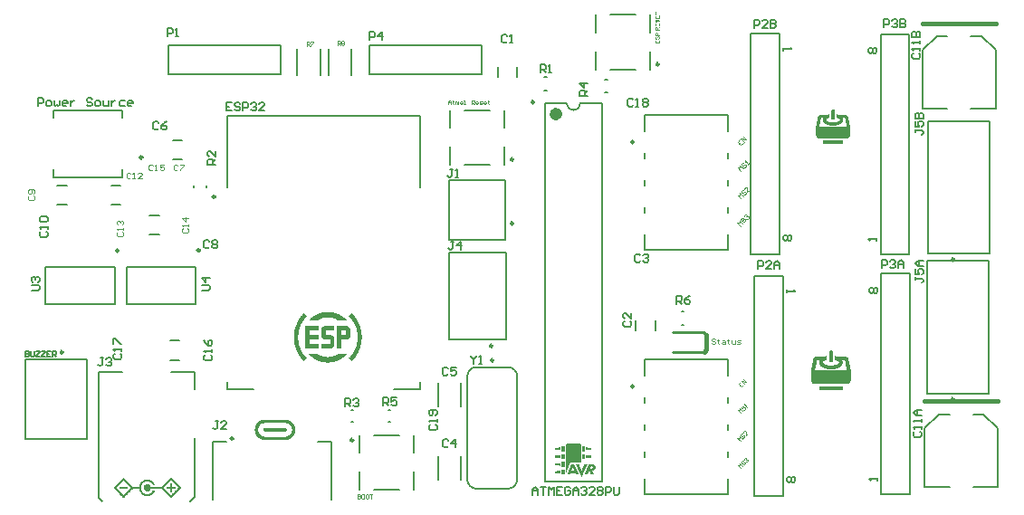
<source format=gto>
G04*
G04 #@! TF.GenerationSoftware,Altium Limited,Altium Designer,24.2.2 (26)*
G04*
G04 Layer_Color=65535*
%FSLAX44Y44*%
%MOMM*%
G71*
G04*
G04 #@! TF.SameCoordinates,697C3EBA-3636-4A45-A11A-30362066544D*
G04*
G04*
G04 #@! TF.FilePolarity,Positive*
G04*
G01*
G75*
%ADD10C,0.2500*%
%ADD11C,0.6000*%
%ADD12C,0.2000*%
%ADD13C,0.2540*%
%ADD14C,0.4000*%
%ADD15C,0.1270*%
%ADD16C,0.0635*%
%ADD17C,0.1016*%
%ADD18C,0.0712*%
%ADD19C,0.1651*%
%ADD20C,0.0953*%
G36*
X1273244Y437678D02*
X1275451D01*
Y437433D01*
X1276676D01*
Y437188D01*
X1277657D01*
Y436943D01*
X1278393D01*
Y436698D01*
X1279128D01*
Y436452D01*
X1279864D01*
Y436207D01*
X1280599D01*
Y435962D01*
X1281089D01*
Y435717D01*
X1281580D01*
Y435472D01*
X1282070D01*
Y435227D01*
X1282561D01*
Y434981D01*
X1283051D01*
Y434736D01*
X1283541D01*
Y434491D01*
X1283786D01*
Y434246D01*
X1284277D01*
Y434001D01*
X1284522D01*
Y433755D01*
X1285012D01*
Y433510D01*
X1285258D01*
Y433265D01*
X1285748D01*
Y433020D01*
X1285993D01*
Y432775D01*
X1286238D01*
Y432530D01*
X1286483D01*
Y432284D01*
X1286974D01*
Y432039D01*
X1287219D01*
Y431794D01*
X1287464D01*
Y431549D01*
X1287709D01*
Y431304D01*
X1287954D01*
Y431059D01*
X1288200D01*
Y430813D01*
X1288445D01*
Y430568D01*
X1288690D01*
Y430323D01*
X1288935D01*
Y430078D01*
X1280599D01*
Y430323D01*
X1280109D01*
Y430568D01*
X1279619D01*
Y430813D01*
X1279128D01*
Y431059D01*
X1278638D01*
Y431304D01*
X1277902D01*
Y431549D01*
X1277412D01*
Y431794D01*
X1276676D01*
Y432039D01*
X1275696D01*
Y432284D01*
X1274470D01*
Y432530D01*
X1272018D01*
Y432775D01*
X1270792D01*
Y432530D01*
X1268341D01*
Y432284D01*
X1267115D01*
Y432039D01*
X1266134D01*
Y431794D01*
X1265398D01*
Y431549D01*
X1264908D01*
Y431304D01*
X1264173D01*
Y431059D01*
X1263682D01*
Y430813D01*
X1263192D01*
Y430568D01*
X1262701D01*
Y430323D01*
X1262211D01*
Y430078D01*
X1253875D01*
Y430323D01*
X1254120D01*
Y430568D01*
X1254366D01*
Y430813D01*
X1254611D01*
Y431059D01*
X1254856D01*
Y431304D01*
X1255101D01*
Y431549D01*
X1255346D01*
Y431794D01*
X1255592D01*
Y432039D01*
X1255837D01*
Y432284D01*
X1256327D01*
Y432530D01*
X1256572D01*
Y432775D01*
X1256817D01*
Y433020D01*
X1257063D01*
Y433265D01*
X1257553D01*
Y433510D01*
X1257798D01*
Y433755D01*
X1258288D01*
Y434001D01*
X1258534D01*
Y434246D01*
X1259024D01*
Y434491D01*
X1259269D01*
Y434736D01*
X1259759D01*
Y434981D01*
X1260250D01*
Y435227D01*
X1260740D01*
Y435472D01*
X1261230D01*
Y435717D01*
X1261721D01*
Y435962D01*
X1262211D01*
Y436207D01*
X1262947D01*
Y436452D01*
X1263682D01*
Y436698D01*
X1264418D01*
Y436943D01*
X1265153D01*
Y437188D01*
X1266134D01*
Y437433D01*
X1267360D01*
Y437678D01*
X1269566D01*
Y437923D01*
X1273244D01*
Y437678D01*
D02*
G37*
G36*
X1289425Y424439D02*
X1290161D01*
Y424194D01*
X1290406D01*
Y423949D01*
X1290896D01*
Y423703D01*
X1291142D01*
Y423458D01*
X1291387D01*
Y423213D01*
X1291632D01*
Y422968D01*
X1291877D01*
Y422477D01*
X1292122D01*
Y421987D01*
X1292368D01*
Y421252D01*
X1292613D01*
Y415613D01*
X1292368D01*
Y414632D01*
X1292122D01*
Y414142D01*
X1291877D01*
Y413896D01*
X1291632D01*
Y413406D01*
X1291387D01*
Y413161D01*
X1291142D01*
Y412916D01*
X1290651D01*
Y412671D01*
X1290406D01*
Y412425D01*
X1289671D01*
Y412180D01*
X1288445D01*
Y411935D01*
X1284032D01*
Y403599D01*
X1279864D01*
Y424684D01*
X1289425D01*
Y424439D01*
D02*
G37*
G36*
X1277657Y420516D02*
X1269321D01*
Y416103D01*
X1269566D01*
Y416348D01*
X1273489D01*
Y416103D01*
X1274960D01*
Y415858D01*
X1275451D01*
Y415613D01*
X1275941D01*
Y415367D01*
X1276186D01*
Y415122D01*
X1276431D01*
Y414877D01*
X1276676D01*
Y414632D01*
X1276922D01*
Y414387D01*
X1277167D01*
Y413896D01*
X1277412D01*
Y413161D01*
X1277657D01*
Y406541D01*
X1277412D01*
Y406051D01*
X1277167D01*
Y405560D01*
X1276922D01*
Y405315D01*
Y405070D01*
X1276676D01*
Y404825D01*
X1276431D01*
Y404580D01*
X1276186D01*
Y404335D01*
X1275696D01*
Y404090D01*
X1275205D01*
Y403844D01*
X1274470D01*
Y403599D01*
X1265153D01*
Y407767D01*
X1273489D01*
Y412180D01*
X1273244D01*
Y411935D01*
X1269321D01*
Y412180D01*
X1267850D01*
Y412425D01*
X1267360D01*
Y412671D01*
X1266870D01*
Y412916D01*
X1266624D01*
Y413161D01*
X1266379D01*
Y413406D01*
X1266134D01*
Y413651D01*
X1265889D01*
Y413896D01*
X1265644D01*
Y414387D01*
X1265398D01*
Y415122D01*
X1265153D01*
Y421742D01*
X1265398D01*
Y422232D01*
X1265644D01*
Y422723D01*
X1265889D01*
Y423213D01*
X1266134D01*
Y423458D01*
X1266379D01*
Y423703D01*
X1266624D01*
Y423949D01*
X1267115D01*
Y424194D01*
X1267605D01*
Y424439D01*
X1268341D01*
Y424684D01*
X1277657D01*
Y420516D01*
D02*
G37*
G36*
X1262947D02*
X1254366D01*
Y416348D01*
X1262947D01*
Y411935D01*
X1254366D01*
Y407767D01*
X1262947D01*
Y403599D01*
X1250198D01*
Y415858D01*
Y416103D01*
Y424684D01*
X1262947D01*
Y420516D01*
D02*
G37*
G36*
X1288935Y397960D02*
X1288690D01*
Y397715D01*
X1288445D01*
Y397470D01*
X1288200D01*
Y397225D01*
X1287954D01*
Y396979D01*
X1287709D01*
Y396734D01*
X1287464D01*
Y396489D01*
X1287219D01*
Y396244D01*
X1286974D01*
Y395999D01*
X1286483D01*
Y395754D01*
X1286238D01*
Y395508D01*
X1285993D01*
Y395263D01*
X1285748D01*
Y395018D01*
X1285258D01*
Y394773D01*
X1285012D01*
Y394528D01*
X1284522D01*
Y394282D01*
X1284277D01*
Y394037D01*
X1283786D01*
Y393792D01*
X1283541D01*
Y393547D01*
X1283051D01*
Y393302D01*
X1282561D01*
Y393057D01*
X1282070D01*
Y392812D01*
X1281580D01*
Y392566D01*
X1281089D01*
Y392321D01*
X1280599D01*
Y392076D01*
X1279864D01*
Y391831D01*
X1279128D01*
Y391586D01*
X1278393D01*
Y391340D01*
X1277657D01*
Y391095D01*
X1276676D01*
Y390850D01*
X1275451D01*
Y390605D01*
X1273244D01*
Y390360D01*
X1269566D01*
Y390605D01*
X1267360D01*
Y390850D01*
X1266134D01*
Y391095D01*
X1265153D01*
Y391340D01*
X1264418D01*
Y391586D01*
X1263682D01*
Y391831D01*
X1262947D01*
Y392076D01*
X1262211D01*
Y392321D01*
X1261721D01*
Y392566D01*
X1261230D01*
Y392812D01*
X1260740D01*
Y393057D01*
X1260250D01*
Y393302D01*
X1259759D01*
Y393547D01*
X1259269D01*
Y393792D01*
X1259024D01*
Y394037D01*
X1258534D01*
Y394282D01*
X1258288D01*
Y394528D01*
X1257798D01*
Y394773D01*
X1257553D01*
Y395018D01*
X1257063D01*
Y395263D01*
X1256817D01*
Y395508D01*
X1256572D01*
Y395754D01*
X1256327D01*
Y395999D01*
X1255837D01*
Y396244D01*
X1255592D01*
Y396489D01*
X1255346D01*
Y396734D01*
X1255101D01*
Y396979D01*
X1254856D01*
Y397225D01*
X1254611D01*
Y397470D01*
X1254366D01*
Y397715D01*
X1254120D01*
Y397960D01*
X1253875D01*
Y398205D01*
X1262211D01*
Y397960D01*
X1262701D01*
Y397715D01*
X1263192D01*
Y397470D01*
X1263682D01*
Y397225D01*
X1264173D01*
Y396979D01*
X1264908D01*
Y396734D01*
X1265398D01*
Y396489D01*
X1266134D01*
Y396244D01*
X1267115D01*
Y395999D01*
X1268341D01*
Y395754D01*
X1270792D01*
Y395508D01*
X1272018D01*
Y395754D01*
X1274470D01*
Y395999D01*
X1275696D01*
Y396244D01*
X1276676D01*
Y396489D01*
X1277412D01*
Y396734D01*
X1277902D01*
Y396979D01*
X1278638D01*
Y397225D01*
X1279128D01*
Y397470D01*
X1279619D01*
Y397715D01*
X1280109D01*
Y397960D01*
X1280599D01*
Y398205D01*
X1288935D01*
Y397960D01*
D02*
G37*
G36*
X1294084Y436207D02*
X1294329D01*
Y435962D01*
X1294574D01*
Y435717D01*
X1294819D01*
Y435472D01*
X1295064D01*
Y435227D01*
X1295310D01*
Y434981D01*
X1295555D01*
Y434491D01*
X1295800D01*
Y434246D01*
X1296045D01*
Y434001D01*
X1296290D01*
Y433755D01*
X1296535D01*
Y433265D01*
X1296781D01*
Y433020D01*
X1297026D01*
Y432775D01*
X1297271D01*
Y432284D01*
X1297516D01*
Y432039D01*
X1297761D01*
Y431549D01*
X1298006D01*
Y431304D01*
X1298252D01*
Y430813D01*
X1298497D01*
Y430568D01*
X1298742D01*
Y430078D01*
X1298987D01*
Y429588D01*
X1299232D01*
Y429097D01*
X1299478D01*
Y428607D01*
X1299723D01*
Y428116D01*
X1299968D01*
Y427626D01*
X1300213D01*
Y427136D01*
X1300458D01*
Y426645D01*
X1300703D01*
Y425910D01*
X1300949D01*
Y425420D01*
X1301194D01*
Y424684D01*
X1301439D01*
Y423949D01*
X1301684D01*
Y423213D01*
X1301929D01*
Y422232D01*
X1302175D01*
Y421252D01*
X1302420D01*
Y420271D01*
X1302665D01*
Y420026D01*
Y419781D01*
Y418800D01*
X1302910D01*
Y416348D01*
X1303155D01*
Y411935D01*
X1302910D01*
Y409483D01*
X1302665D01*
Y408012D01*
X1302420D01*
Y407032D01*
X1302175D01*
Y406051D01*
X1301929D01*
Y405070D01*
X1301684D01*
Y404335D01*
X1301439D01*
Y403599D01*
X1301194D01*
Y402864D01*
X1300949D01*
Y402373D01*
X1300703D01*
Y401638D01*
X1300458D01*
Y401147D01*
X1300213D01*
Y400657D01*
X1299968D01*
Y400167D01*
X1299723D01*
Y399676D01*
X1299478D01*
Y399186D01*
X1299232D01*
Y398696D01*
X1298987D01*
Y398205D01*
X1298742D01*
Y397715D01*
X1298497D01*
Y397470D01*
X1298252D01*
Y396979D01*
X1298006D01*
Y396734D01*
X1297761D01*
Y396244D01*
X1297516D01*
Y395999D01*
X1297271D01*
Y395508D01*
X1297026D01*
Y395263D01*
X1296781D01*
Y395018D01*
X1296535D01*
Y394528D01*
X1296290D01*
Y394282D01*
X1296045D01*
Y394037D01*
X1295800D01*
Y393792D01*
X1295555D01*
Y393302D01*
X1295310D01*
Y393057D01*
X1295064D01*
Y392812D01*
X1294819D01*
Y392566D01*
X1294574D01*
Y392321D01*
X1294329D01*
Y392076D01*
X1294084D01*
Y391831D01*
X1293593D01*
Y392076D01*
X1293348D01*
Y392321D01*
X1293103D01*
Y392566D01*
X1292858D01*
Y392812D01*
X1292613D01*
Y393057D01*
X1292368D01*
Y393302D01*
X1292122D01*
Y393547D01*
X1291877D01*
Y393792D01*
X1291632D01*
Y394037D01*
X1291387D01*
Y394282D01*
X1291142D01*
Y394773D01*
X1291387D01*
Y395018D01*
X1291632D01*
Y395263D01*
X1291877D01*
Y395508D01*
X1292122D01*
Y395754D01*
X1292368D01*
Y395999D01*
X1292613D01*
Y396489D01*
X1292858D01*
Y396734D01*
X1293103D01*
Y396979D01*
X1293348D01*
Y397225D01*
X1293593D01*
Y397715D01*
X1293839D01*
Y397960D01*
X1294084D01*
Y398205D01*
X1294329D01*
Y398696D01*
X1294574D01*
Y398941D01*
X1294819D01*
Y399431D01*
X1295064D01*
Y399921D01*
X1295310D01*
Y400167D01*
X1295555D01*
Y400657D01*
X1295800D01*
Y401147D01*
X1296045D01*
Y401638D01*
X1296290D01*
Y402128D01*
X1296535D01*
Y402618D01*
X1296781D01*
Y403109D01*
X1297026D01*
Y403599D01*
X1297271D01*
Y404335D01*
X1297516D01*
Y404825D01*
X1297761D01*
Y405560D01*
X1298006D01*
Y406541D01*
X1298252D01*
Y407277D01*
X1298497D01*
Y408503D01*
X1298742D01*
Y409728D01*
X1298987D01*
Y411690D01*
X1299232D01*
Y416593D01*
X1298987D01*
Y418555D01*
X1298742D01*
Y419781D01*
X1298497D01*
Y421006D01*
X1298252D01*
Y421742D01*
X1298006D01*
Y422723D01*
X1297761D01*
Y423213D01*
X1297516D01*
Y423949D01*
X1297271D01*
Y424684D01*
X1297026D01*
Y425174D01*
X1296781D01*
Y425665D01*
X1296535D01*
Y426155D01*
X1296290D01*
Y426645D01*
X1296045D01*
Y427136D01*
X1295800D01*
Y427626D01*
X1295555D01*
Y428116D01*
X1295310D01*
Y428362D01*
X1295064D01*
Y428852D01*
X1294819D01*
Y429342D01*
X1294574D01*
Y429588D01*
X1294329D01*
Y430078D01*
X1294084D01*
Y430323D01*
X1293839D01*
Y430568D01*
X1293593D01*
Y431059D01*
X1293348D01*
Y431304D01*
X1293103D01*
Y431549D01*
X1292858D01*
Y431794D01*
X1292613D01*
Y432284D01*
X1292368D01*
Y432530D01*
X1292122D01*
Y432775D01*
X1291877D01*
Y433020D01*
X1291632D01*
Y433265D01*
X1291387D01*
Y433510D01*
X1291142D01*
Y434001D01*
X1291387D01*
Y434246D01*
X1291632D01*
Y434491D01*
X1291877D01*
Y434736D01*
X1292122D01*
Y434981D01*
X1292368D01*
Y435227D01*
X1292613D01*
Y435472D01*
X1292858D01*
Y435717D01*
X1293103D01*
Y435962D01*
X1293348D01*
Y436207D01*
X1293593D01*
Y436452D01*
X1294084D01*
Y436207D01*
D02*
G37*
G36*
X1249217D02*
X1249462D01*
Y435962D01*
X1249707D01*
Y435717D01*
X1249952D01*
Y435472D01*
X1250198D01*
Y435227D01*
X1250443D01*
Y434981D01*
X1250688D01*
Y434736D01*
X1250933D01*
Y434491D01*
X1251178D01*
Y434246D01*
X1251423D01*
Y434001D01*
X1251669D01*
Y433510D01*
X1251423D01*
Y433265D01*
X1251178D01*
Y433020D01*
X1250933D01*
Y432775D01*
X1250688D01*
Y432530D01*
X1250443D01*
Y432284D01*
X1250198D01*
Y431794D01*
X1249952D01*
Y431549D01*
X1249707D01*
Y431304D01*
X1249462D01*
Y431059D01*
X1249217D01*
Y430568D01*
X1248972D01*
Y430323D01*
X1248727D01*
Y430078D01*
X1248481D01*
Y429588D01*
X1248236D01*
Y429342D01*
X1247991D01*
Y428852D01*
X1247746D01*
Y428362D01*
X1247501D01*
Y428116D01*
X1247256D01*
Y427626D01*
X1247010D01*
Y427136D01*
X1246765D01*
Y426645D01*
X1246520D01*
Y426155D01*
X1246275D01*
Y425665D01*
X1246030D01*
Y425174D01*
X1245785D01*
Y424684D01*
X1245539D01*
Y423949D01*
X1245294D01*
Y423213D01*
X1245049D01*
Y422723D01*
X1244804D01*
Y421742D01*
X1244559D01*
Y421006D01*
X1244314D01*
Y419781D01*
X1244068D01*
Y418555D01*
X1243823D01*
Y416593D01*
X1243578D01*
Y411690D01*
X1243823D01*
Y409728D01*
X1244068D01*
Y408503D01*
X1244314D01*
Y407277D01*
X1244559D01*
Y406541D01*
X1244804D01*
Y405560D01*
X1245049D01*
Y404825D01*
X1245294D01*
Y404335D01*
X1245539D01*
Y403599D01*
X1245785D01*
Y403109D01*
X1246030D01*
Y402618D01*
X1246275D01*
Y402128D01*
X1246520D01*
Y401638D01*
X1246765D01*
Y401147D01*
X1247010D01*
Y400657D01*
X1247256D01*
Y400167D01*
X1247501D01*
Y399921D01*
X1247746D01*
Y399431D01*
X1247991D01*
Y398941D01*
X1248236D01*
Y398696D01*
X1248481D01*
Y398205D01*
X1248727D01*
Y397960D01*
X1248972D01*
Y397715D01*
X1249217D01*
Y397225D01*
X1249462D01*
Y396979D01*
X1249707D01*
Y396734D01*
X1249952D01*
Y396489D01*
X1250198D01*
Y395999D01*
X1250443D01*
Y395754D01*
X1250688D01*
Y395508D01*
X1250933D01*
Y395263D01*
X1251178D01*
Y395018D01*
X1251423D01*
Y394773D01*
X1251669D01*
Y394282D01*
X1251423D01*
Y394037D01*
X1251178D01*
Y393792D01*
X1250933D01*
Y393547D01*
X1250688D01*
Y393302D01*
X1250443D01*
Y393057D01*
X1250198D01*
Y392812D01*
X1249952D01*
Y392566D01*
X1249707D01*
Y392321D01*
X1249462D01*
Y392076D01*
X1249217D01*
Y391831D01*
X1248727D01*
Y392076D01*
X1248481D01*
Y392321D01*
X1248236D01*
Y392566D01*
X1247991D01*
Y392812D01*
X1247746D01*
Y393057D01*
X1247501D01*
Y393302D01*
X1247256D01*
Y393792D01*
X1247010D01*
Y394037D01*
X1246765D01*
Y394282D01*
X1246520D01*
Y394528D01*
X1246275D01*
Y395018D01*
X1246030D01*
Y395263D01*
X1245785D01*
Y395508D01*
X1245539D01*
Y395999D01*
X1245294D01*
Y396244D01*
X1245049D01*
Y396734D01*
X1244804D01*
Y396979D01*
X1244559D01*
Y397470D01*
X1244314D01*
Y397715D01*
X1244068D01*
Y398205D01*
X1243823D01*
Y398696D01*
X1243578D01*
Y399186D01*
X1243333D01*
Y399431D01*
Y399676D01*
X1243088D01*
Y400167D01*
X1242842D01*
Y400657D01*
X1242597D01*
Y401147D01*
X1242352D01*
Y401638D01*
X1242107D01*
Y402373D01*
X1241862D01*
Y402864D01*
X1241617D01*
Y403599D01*
X1241371D01*
Y404335D01*
X1241126D01*
Y405070D01*
X1240881D01*
Y406051D01*
X1240636D01*
Y407032D01*
X1240391D01*
Y408012D01*
X1240145D01*
Y409483D01*
X1239900D01*
Y411935D01*
X1239655D01*
Y416348D01*
X1239900D01*
Y418800D01*
X1240145D01*
Y420271D01*
X1240391D01*
Y421252D01*
X1240636D01*
Y422232D01*
X1240881D01*
Y423213D01*
X1241126D01*
Y423949D01*
X1241371D01*
Y424684D01*
X1241617D01*
Y425420D01*
X1241862D01*
Y425910D01*
X1242107D01*
Y426645D01*
X1242352D01*
Y427136D01*
X1242597D01*
Y427626D01*
X1242842D01*
Y428116D01*
X1243088D01*
Y428607D01*
X1243333D01*
Y429097D01*
X1243578D01*
Y429588D01*
X1243823D01*
Y430078D01*
X1244068D01*
Y430568D01*
X1244314D01*
Y430813D01*
X1244559D01*
Y431304D01*
X1244804D01*
Y431549D01*
X1245049D01*
Y432039D01*
X1245294D01*
Y432284D01*
X1245539D01*
Y432775D01*
X1245785D01*
Y433020D01*
X1246030D01*
Y433265D01*
X1246275D01*
Y433755D01*
X1246520D01*
Y434001D01*
X1246765D01*
Y434246D01*
X1247010D01*
Y434491D01*
X1247256D01*
Y434981D01*
X1247501D01*
Y435227D01*
X1247746D01*
Y435472D01*
X1247991D01*
Y435717D01*
X1248236D01*
Y435962D01*
X1248481D01*
Y436207D01*
X1248727D01*
Y436452D01*
X1249217D01*
Y436207D01*
D02*
G37*
G36*
X1231847Y336892D02*
X1233654D01*
Y336666D01*
X1234557D01*
Y336440D01*
X1235234D01*
Y336214D01*
X1235686D01*
Y335988D01*
X1236137D01*
Y335763D01*
X1236589D01*
Y335537D01*
X1236814D01*
Y335311D01*
X1237266D01*
Y335085D01*
X1237492D01*
Y334860D01*
X1237718D01*
Y334634D01*
X1237943D01*
Y334408D01*
X1238395D01*
Y333956D01*
X1238621D01*
Y333731D01*
X1238846D01*
Y333505D01*
X1239072D01*
Y333279D01*
X1239298D01*
Y332827D01*
X1239524D01*
Y332602D01*
X1239750D01*
Y332150D01*
X1239975D01*
Y331699D01*
X1240201D01*
Y331021D01*
X1240427D01*
Y330344D01*
X1240653D01*
Y329441D01*
X1240878D01*
Y325603D01*
X1240653D01*
Y324700D01*
X1240427D01*
Y324022D01*
X1240201D01*
Y323345D01*
X1239975D01*
Y322893D01*
X1239750D01*
Y322442D01*
X1239524D01*
Y322216D01*
X1239298D01*
Y321764D01*
X1239072D01*
Y321539D01*
X1238846D01*
Y321313D01*
X1238621D01*
Y321087D01*
X1238395D01*
Y320635D01*
X1237943D01*
Y320410D01*
X1237718D01*
Y320184D01*
X1237492D01*
Y319958D01*
X1237266D01*
Y319732D01*
X1236814D01*
Y319507D01*
X1236589D01*
Y319281D01*
X1236137D01*
Y319055D01*
X1235686D01*
Y318829D01*
X1235234D01*
Y318603D01*
X1234557D01*
Y318378D01*
X1233654D01*
Y318152D01*
X1231847D01*
Y317926D01*
X1211979D01*
Y318152D01*
X1210398D01*
Y318378D01*
X1209495D01*
Y318603D01*
X1209044D01*
Y318829D01*
X1208366D01*
Y319055D01*
X1207915D01*
Y319281D01*
X1207463D01*
Y319507D01*
X1207238D01*
Y319732D01*
X1207012D01*
Y319958D01*
X1206560D01*
Y320184D01*
X1206334D01*
Y320410D01*
X1206109D01*
Y320635D01*
X1205883D01*
Y320861D01*
X1205657D01*
Y321087D01*
X1205431D01*
Y321313D01*
X1205206D01*
Y321539D01*
X1204980D01*
Y321764D01*
X1204754D01*
Y322216D01*
X1204528D01*
Y322442D01*
X1204302D01*
Y322893D01*
X1204077D01*
Y323345D01*
X1203851D01*
Y323796D01*
X1203625D01*
Y324474D01*
X1203399D01*
Y325151D01*
X1203174D01*
Y326506D01*
X1202948D01*
Y328538D01*
X1203174D01*
Y329892D01*
X1203399D01*
Y330570D01*
X1203625D01*
Y331247D01*
X1203851D01*
Y331699D01*
X1204077D01*
Y332150D01*
X1204302D01*
Y332602D01*
X1204528D01*
Y332827D01*
X1204754D01*
Y333279D01*
X1204980D01*
Y333505D01*
X1205206D01*
Y333731D01*
X1205431D01*
Y333956D01*
X1205657D01*
Y334182D01*
X1205883D01*
Y334408D01*
X1206109D01*
Y334634D01*
X1206334D01*
Y334860D01*
X1206560D01*
Y335085D01*
X1206786D01*
Y335311D01*
X1207238D01*
Y335537D01*
X1207463D01*
Y335763D01*
X1207915D01*
Y335988D01*
X1208366D01*
Y336214D01*
X1209044D01*
Y336440D01*
X1209495D01*
Y336666D01*
X1210398D01*
Y336892D01*
X1211979D01*
Y337117D01*
X1231847D01*
Y336892D01*
D02*
G37*
G36*
X1489278Y308420D02*
X1488432D01*
Y308589D01*
X1485892D01*
Y308758D01*
X1483860D01*
Y310621D01*
X1484537D01*
Y310790D01*
X1487585D01*
Y310960D01*
X1489278D01*
Y308420D01*
D02*
G37*
G36*
Y301477D02*
Y301308D01*
Y301138D01*
X1488093D01*
Y301308D01*
X1485553D01*
Y301477D01*
X1483860D01*
Y303340D01*
X1485045D01*
Y303509D01*
X1488262D01*
Y303678D01*
X1489278D01*
Y301477D01*
D02*
G37*
G36*
Y293857D02*
X1487754D01*
Y294026D01*
X1485045D01*
Y294196D01*
X1483860D01*
Y295042D01*
Y295212D01*
Y296058D01*
X1485384D01*
Y296228D01*
X1488770D01*
Y296397D01*
X1489278D01*
Y293857D01*
D02*
G37*
G36*
Y286576D02*
X1487416D01*
Y286745D01*
X1484706D01*
Y286914D01*
X1483860D01*
Y288777D01*
X1485892D01*
Y288946D01*
X1488940D01*
Y289116D01*
X1489278D01*
Y286576D01*
D02*
G37*
G36*
X1080682Y282061D02*
X1080999D01*
Y281743D01*
X1081317D01*
Y281426D01*
X1081634D01*
Y281108D01*
X1081952D01*
Y280791D01*
X1082269D01*
Y280473D01*
X1082587D01*
Y280156D01*
X1082904D01*
Y279838D01*
X1083222D01*
Y279521D01*
X1083539D01*
Y279203D01*
X1083857D01*
Y278886D01*
X1084174D01*
Y278568D01*
X1084492D01*
Y278251D01*
X1084809D01*
Y277933D01*
X1085126D01*
Y277616D01*
X1085444D01*
Y277298D01*
X1085761D01*
Y276981D01*
X1086079D01*
Y276663D01*
X1086396D01*
Y276346D01*
X1086714D01*
Y276028D01*
X1087031D01*
Y275711D01*
X1087349D01*
Y275393D01*
X1087666D01*
Y275076D01*
X1087984D01*
Y274758D01*
X1088301D01*
Y274441D01*
X1088619D01*
Y274123D01*
X1094969D01*
Y275393D01*
X1095286D01*
Y276346D01*
X1095604D01*
Y276981D01*
X1095921D01*
Y277298D01*
X1096239D01*
Y277933D01*
X1096556D01*
Y278251D01*
X1096874D01*
Y278568D01*
X1097191D01*
Y278886D01*
X1097509D01*
Y279203D01*
X1097827D01*
Y279521D01*
X1098462D01*
Y279838D01*
X1099097D01*
Y280156D01*
X1099732D01*
Y280473D01*
X1100684D01*
Y280791D01*
X1104494D01*
Y280473D01*
X1105446D01*
Y280156D01*
X1106081D01*
Y279838D01*
X1106717D01*
Y279521D01*
X1107034D01*
Y279203D01*
X1107352D01*
Y278886D01*
X1107987D01*
Y278568D01*
X1108304D01*
Y277933D01*
X1108622D01*
Y277616D01*
X1108939D01*
Y276981D01*
X1109257D01*
Y276663D01*
X1109574D01*
Y275711D01*
X1107669D01*
Y276346D01*
X1107352D01*
Y276663D01*
X1107034D01*
Y277298D01*
X1106399D01*
Y277616D01*
X1106081D01*
Y277933D01*
X1105764D01*
Y278251D01*
X1105129D01*
Y278568D01*
X1104494D01*
Y278886D01*
X1103224D01*
Y279203D01*
X1101954D01*
Y278886D01*
X1100684D01*
Y278568D01*
X1099732D01*
Y278251D01*
X1099414D01*
Y277933D01*
X1098779D01*
Y277616D01*
X1098462D01*
Y277298D01*
X1098144D01*
Y276981D01*
X1097827D01*
Y276346D01*
X1097509D01*
Y276028D01*
X1097191D01*
Y275393D01*
X1096874D01*
Y273806D01*
X1096556D01*
Y272536D01*
X1096874D01*
Y270948D01*
X1097191D01*
Y270313D01*
X1097509D01*
Y269996D01*
X1097827D01*
Y269361D01*
X1098144D01*
Y269043D01*
X1098462D01*
Y268726D01*
X1098779D01*
Y268408D01*
X1099414D01*
Y268091D01*
X1100049D01*
Y267773D01*
X1100684D01*
Y267456D01*
X1104176D01*
Y267773D01*
X1105129D01*
Y268091D01*
X1105764D01*
Y268408D01*
X1106081D01*
Y268726D01*
X1106399D01*
Y269043D01*
X1106717D01*
Y269361D01*
X1107034D01*
Y269678D01*
X1107352D01*
Y270313D01*
X1107669D01*
Y270631D01*
X1109574D01*
Y269996D01*
X1109257D01*
Y269361D01*
X1108939D01*
Y268726D01*
X1108622D01*
Y268408D01*
X1108304D01*
Y268091D01*
X1107987D01*
Y267773D01*
X1107669D01*
Y267456D01*
X1107352D01*
Y267138D01*
X1107034D01*
Y266821D01*
X1106399D01*
Y266503D01*
X1106081D01*
Y266186D01*
X1105129D01*
Y265868D01*
X1103859D01*
Y265551D01*
X1101002D01*
Y265868D01*
X1099732D01*
Y266186D01*
X1099097D01*
Y266503D01*
X1098462D01*
Y266821D01*
X1098144D01*
Y267138D01*
X1097509D01*
Y267456D01*
X1097191D01*
Y267773D01*
X1096874D01*
Y268091D01*
X1096556D01*
Y268726D01*
X1096239D01*
Y269043D01*
X1095921D01*
Y269678D01*
X1095604D01*
Y270313D01*
X1095286D01*
Y271266D01*
X1094969D01*
Y272218D01*
X1088936D01*
Y271901D01*
X1088619D01*
Y271583D01*
X1088301D01*
Y271266D01*
X1087984D01*
Y270948D01*
X1087666D01*
Y270631D01*
X1087349D01*
Y270313D01*
X1087031D01*
Y269996D01*
X1086714D01*
Y269678D01*
X1086396D01*
Y269361D01*
X1086079D01*
Y269043D01*
X1085761D01*
Y268726D01*
X1085444D01*
Y268408D01*
X1085126D01*
Y268091D01*
X1084809D01*
Y267773D01*
X1084492D01*
Y267456D01*
X1084174D01*
Y267138D01*
X1083857D01*
Y266821D01*
X1083539D01*
Y266503D01*
X1083222D01*
Y266186D01*
X1082904D01*
Y265868D01*
X1082587D01*
Y265551D01*
X1082269D01*
Y265233D01*
X1081952D01*
Y264916D01*
X1081634D01*
Y264598D01*
X1081317D01*
Y264281D01*
X1080999D01*
Y263963D01*
X1080682D01*
Y263646D01*
X1080046D01*
Y263963D01*
X1079729D01*
Y264281D01*
X1079411D01*
Y264598D01*
X1079094D01*
Y264916D01*
X1078776D01*
Y265233D01*
X1078459D01*
Y265551D01*
X1078141D01*
Y265868D01*
X1077824D01*
Y266186D01*
X1077506D01*
Y266503D01*
X1077189D01*
Y266821D01*
X1076871D01*
Y267138D01*
X1076554D01*
Y267456D01*
X1076236D01*
Y267773D01*
X1075919D01*
Y268408D01*
X1075602D01*
Y268726D01*
X1075284D01*
Y269043D01*
X1074967D01*
Y269361D01*
X1074649D01*
Y269678D01*
X1074332D01*
Y269996D01*
X1074014D01*
Y270313D01*
X1073697D01*
Y270631D01*
X1073379D01*
Y270948D01*
X1073062D01*
Y271266D01*
X1072744D01*
Y271583D01*
X1072427D01*
Y271901D01*
X1072109D01*
Y272218D01*
X1071792D01*
Y272536D01*
X1071474D01*
Y272853D01*
X1071156D01*
Y273488D01*
X1071474D01*
Y273806D01*
X1071792D01*
Y274123D01*
X1072109D01*
Y274441D01*
X1072427D01*
Y274758D01*
X1072744D01*
Y275076D01*
X1073062D01*
Y275393D01*
X1073379D01*
Y275711D01*
X1073697D01*
Y276028D01*
X1074014D01*
Y276346D01*
X1074332D01*
Y276663D01*
X1074649D01*
Y276981D01*
X1074967D01*
Y277298D01*
X1075284D01*
Y277616D01*
X1075602D01*
Y277933D01*
X1075919D01*
Y278251D01*
X1076236D01*
Y278568D01*
X1076554D01*
Y278886D01*
X1076871D01*
Y279203D01*
X1077189D01*
Y279521D01*
X1077506D01*
Y279838D01*
X1077824D01*
Y280156D01*
X1078141D01*
Y280473D01*
X1078459D01*
Y280791D01*
X1078776D01*
Y281108D01*
X1079094D01*
Y281426D01*
X1079411D01*
Y281743D01*
X1079729D01*
Y282061D01*
X1080046D01*
Y282378D01*
X1080682D01*
Y282061D01*
D02*
G37*
G36*
X1125132Y282378D02*
X1125449D01*
Y282061D01*
X1125767D01*
Y281743D01*
X1126084D01*
Y281426D01*
X1126402D01*
Y281108D01*
X1126719D01*
Y280791D01*
X1127037D01*
Y280473D01*
X1127354D01*
Y280156D01*
X1127672D01*
Y279838D01*
X1127989D01*
Y279521D01*
X1128307D01*
Y279203D01*
X1128624D01*
Y278886D01*
X1128941D01*
Y278568D01*
X1129259D01*
Y278251D01*
X1129576D01*
Y277933D01*
X1129894D01*
Y277616D01*
X1130211D01*
Y277298D01*
X1130529D01*
Y276981D01*
X1130846D01*
Y276663D01*
X1131164D01*
Y276346D01*
X1131481D01*
Y276028D01*
X1131799D01*
Y275711D01*
X1132116D01*
Y275393D01*
X1132434D01*
Y275076D01*
X1132751D01*
Y274758D01*
X1133069D01*
Y274441D01*
X1133387D01*
Y274123D01*
X1133704D01*
Y273806D01*
X1134022D01*
Y273488D01*
X1134339D01*
Y272853D01*
X1134022D01*
Y272536D01*
X1133704D01*
Y272218D01*
X1133387D01*
Y271901D01*
X1133069D01*
Y271583D01*
X1132751D01*
Y271266D01*
X1132434D01*
Y270948D01*
X1132116D01*
Y270631D01*
X1131799D01*
Y270313D01*
X1131481D01*
Y269996D01*
X1131164D01*
Y269678D01*
X1130846D01*
Y269361D01*
X1130529D01*
Y269043D01*
X1130211D01*
Y268726D01*
X1129894D01*
Y268408D01*
X1129576D01*
Y268091D01*
X1129259D01*
Y267773D01*
X1128941D01*
Y267456D01*
X1128624D01*
Y267138D01*
X1128307D01*
Y266821D01*
X1127989D01*
Y266503D01*
X1127672D01*
Y266186D01*
X1127354D01*
Y265868D01*
X1127037D01*
Y265551D01*
X1126719D01*
Y265233D01*
X1126402D01*
Y264916D01*
X1126084D01*
Y264598D01*
X1125767D01*
Y264281D01*
X1125449D01*
Y263963D01*
X1124497D01*
Y264281D01*
X1124179D01*
Y264598D01*
X1123861D01*
Y264916D01*
X1123544D01*
Y265233D01*
X1123226D01*
Y265551D01*
X1122909D01*
Y265868D01*
X1122591D01*
Y266186D01*
X1122274D01*
Y266503D01*
X1121956D01*
Y266821D01*
X1121639D01*
Y267138D01*
X1121321D01*
Y267456D01*
X1121004D01*
Y267773D01*
X1120686D01*
Y268091D01*
X1120369D01*
Y268408D01*
X1120051D01*
Y268726D01*
X1119734D01*
Y269043D01*
X1119417D01*
Y269361D01*
X1119099D01*
Y269678D01*
X1118782D01*
Y269996D01*
X1118464D01*
Y270313D01*
X1118147D01*
Y270631D01*
X1117829D01*
Y270948D01*
X1117512D01*
Y271266D01*
X1117194D01*
Y271583D01*
X1116877D01*
Y271901D01*
X1116559D01*
Y272218D01*
X1105764D01*
Y271583D01*
X1105446D01*
Y271266D01*
X1105129D01*
Y270631D01*
X1104494D01*
Y270313D01*
X1104176D01*
Y269996D01*
X1102589D01*
Y269678D01*
X1102271D01*
Y269996D01*
X1101002D01*
Y270313D01*
X1100684D01*
Y270631D01*
X1100049D01*
Y271266D01*
X1099732D01*
Y271583D01*
X1099414D01*
Y272536D01*
X1099097D01*
Y274123D01*
X1099414D01*
Y274758D01*
X1099732D01*
Y275393D01*
X1100049D01*
Y275711D01*
X1100367D01*
Y276028D01*
X1101002D01*
Y276346D01*
X1101637D01*
Y276663D01*
X1103224D01*
Y276346D01*
X1104176D01*
Y276028D01*
X1104811D01*
Y275711D01*
X1105129D01*
Y275393D01*
X1105446D01*
Y274758D01*
X1105764D01*
Y274123D01*
X1116242D01*
Y274441D01*
X1116559D01*
Y274758D01*
X1116877D01*
Y275076D01*
X1117194D01*
Y275393D01*
X1117512D01*
Y275711D01*
X1117829D01*
Y276028D01*
X1118147D01*
Y276346D01*
X1118464D01*
Y276663D01*
X1118782D01*
Y276981D01*
X1119099D01*
Y277298D01*
X1119417D01*
Y277616D01*
X1119734D01*
Y277933D01*
X1120051D01*
Y278251D01*
X1120369D01*
Y278568D01*
X1120686D01*
Y278886D01*
X1121004D01*
Y279203D01*
X1121321D01*
Y279521D01*
X1121639D01*
Y279838D01*
X1121956D01*
Y280156D01*
X1122274D01*
Y280473D01*
X1122591D01*
Y280791D01*
X1122909D01*
Y281108D01*
X1123226D01*
Y281426D01*
X1123544D01*
Y281743D01*
X1123861D01*
Y282061D01*
X1124179D01*
Y282378D01*
X1124497D01*
Y282696D01*
X1125132D01*
Y282378D01*
D02*
G37*
G36*
X1744642Y626904D02*
X1745150D01*
Y626735D01*
X1745319D01*
Y626566D01*
X1745489D01*
Y624534D01*
Y624364D01*
Y618268D01*
X1745319D01*
Y617929D01*
X1744981D01*
Y617760D01*
X1744473D01*
Y617591D01*
X1743287D01*
Y617760D01*
X1742779D01*
Y617929D01*
X1742441D01*
Y618268D01*
X1742271D01*
Y626566D01*
X1742441D01*
Y626735D01*
X1742610D01*
Y626904D01*
X1743118D01*
Y627074D01*
X1744642D01*
Y626904D01*
D02*
G37*
G36*
X1747351Y622671D02*
X1748029D01*
Y622501D01*
X1748706D01*
Y622332D01*
X1755649D01*
Y622163D01*
X1756326D01*
Y621993D01*
X1756665D01*
Y621824D01*
X1756834D01*
Y621655D01*
X1757173D01*
Y621485D01*
X1757342D01*
Y621316D01*
X1757511D01*
Y620978D01*
X1757681D01*
Y620808D01*
X1757850D01*
Y620300D01*
X1758019D01*
Y619792D01*
X1758189D01*
Y618946D01*
X1758358D01*
Y618099D01*
X1758527D01*
Y617252D01*
X1758697D01*
Y616405D01*
X1758866D01*
Y615559D01*
X1759035D01*
Y614712D01*
X1759205D01*
Y613866D01*
X1759374D01*
Y613019D01*
X1759543D01*
Y612172D01*
X1759713D01*
Y602520D01*
X1759543D01*
Y602012D01*
X1759374D01*
Y601674D01*
X1759205D01*
Y601335D01*
X1759035D01*
Y601166D01*
X1758866D01*
Y600996D01*
X1758697D01*
Y600827D01*
X1758527D01*
Y600658D01*
X1758189D01*
Y600488D01*
X1757850D01*
Y600319D01*
X1757342D01*
Y600149D01*
X1730418D01*
Y600319D01*
X1729910D01*
Y600488D01*
X1729571D01*
Y600658D01*
X1729233D01*
Y600827D01*
X1729063D01*
Y600996D01*
X1728894D01*
Y601166D01*
X1728725D01*
Y601335D01*
X1728555D01*
Y601674D01*
X1728386D01*
Y602012D01*
X1728217D01*
Y602520D01*
X1728047D01*
Y612172D01*
X1728217D01*
Y613019D01*
X1728386D01*
Y613866D01*
X1728555D01*
Y614712D01*
X1728725D01*
Y615559D01*
X1728894D01*
Y616405D01*
X1729063D01*
Y617252D01*
X1729233D01*
Y618099D01*
X1729402D01*
Y618946D01*
X1729571D01*
Y619792D01*
X1729741D01*
Y620470D01*
X1729910D01*
Y620808D01*
X1730079D01*
Y620978D01*
X1730249D01*
Y621316D01*
X1730418D01*
Y621485D01*
X1730587D01*
Y621655D01*
X1730926D01*
Y621824D01*
X1731095D01*
Y621993D01*
X1731434D01*
Y622163D01*
X1732111D01*
Y622332D01*
X1739054D01*
Y622501D01*
X1739731D01*
Y622671D01*
X1740409D01*
Y622840D01*
X1740747D01*
Y619623D01*
X1740239D01*
Y619454D01*
X1739731D01*
Y619284D01*
X1739393D01*
Y619115D01*
X1739054D01*
Y618946D01*
X1738715D01*
Y618776D01*
X1738377D01*
Y618607D01*
X1738207D01*
Y618438D01*
X1738038D01*
Y618268D01*
X1737869D01*
Y618099D01*
X1737699D01*
Y617929D01*
X1737530D01*
Y617252D01*
X1737699D01*
Y617083D01*
X1737869D01*
Y616913D01*
X1738038D01*
Y616744D01*
X1738207D01*
Y616575D01*
X1738377D01*
Y616405D01*
X1738715D01*
Y616236D01*
X1738885D01*
Y616067D01*
X1739223D01*
Y615897D01*
X1739562D01*
Y615728D01*
X1740070D01*
Y615559D01*
X1740578D01*
Y615390D01*
X1741255D01*
Y615220D01*
X1742271D01*
Y615051D01*
X1745489D01*
Y615220D01*
X1746505D01*
Y615390D01*
X1747182D01*
Y615559D01*
X1747859D01*
Y615728D01*
X1748198D01*
Y615897D01*
X1748706D01*
Y616067D01*
X1749045D01*
Y616236D01*
X1749214D01*
Y616405D01*
X1749553D01*
Y616575D01*
X1749722D01*
Y616744D01*
X1749891D01*
Y616913D01*
X1750061D01*
Y617083D01*
X1750230D01*
Y617760D01*
X1750061D01*
Y618099D01*
X1749891D01*
Y618268D01*
X1749722D01*
Y618438D01*
X1749383D01*
Y618607D01*
X1749214D01*
Y618776D01*
X1748875D01*
Y618946D01*
X1748537D01*
Y619115D01*
X1748029D01*
Y619284D01*
X1747521D01*
Y619454D01*
X1747013D01*
Y622840D01*
X1747351D01*
Y622671D01*
D02*
G37*
G36*
X1753447Y595408D02*
X1734313D01*
Y598456D01*
X1753447D01*
Y595408D01*
D02*
G37*
G36*
X1742754Y401471D02*
X1743346D01*
Y401274D01*
X1743544D01*
Y401076D01*
X1743741D01*
Y398706D01*
Y398508D01*
Y391396D01*
X1743544D01*
Y391001D01*
X1743149D01*
Y390803D01*
X1742556D01*
Y390606D01*
X1741173D01*
Y390803D01*
X1740581D01*
Y391001D01*
X1740186D01*
Y391396D01*
X1739988D01*
Y401076D01*
X1740186D01*
Y401274D01*
X1740383D01*
Y401471D01*
X1740976D01*
Y401669D01*
X1742754D01*
Y401471D01*
D02*
G37*
G36*
X1745915Y396533D02*
X1746705D01*
Y396335D01*
X1747495D01*
Y396138D01*
X1755595D01*
Y395940D01*
X1756385D01*
Y395742D01*
X1756780D01*
Y395545D01*
X1756978D01*
Y395347D01*
X1757373D01*
Y395150D01*
X1757570D01*
Y394952D01*
X1757768D01*
Y394557D01*
X1757966D01*
Y394360D01*
X1758163D01*
Y393767D01*
X1758361D01*
Y393174D01*
X1758558D01*
Y392186D01*
X1758756D01*
Y391199D01*
X1758953D01*
Y390211D01*
X1759151D01*
Y389223D01*
X1759348D01*
Y388235D01*
X1759546D01*
Y387248D01*
X1759743D01*
Y386260D01*
X1759941D01*
Y385272D01*
X1760139D01*
Y384284D01*
X1760336D01*
Y373023D01*
X1760139D01*
Y372431D01*
X1759941D01*
Y372036D01*
X1759743D01*
Y371641D01*
X1759546D01*
Y371443D01*
X1759348D01*
Y371245D01*
X1759151D01*
Y371048D01*
X1758953D01*
Y370850D01*
X1758558D01*
Y370653D01*
X1758163D01*
Y370455D01*
X1757570D01*
Y370258D01*
X1726159D01*
Y370455D01*
X1725566D01*
Y370653D01*
X1725171D01*
Y370850D01*
X1724776D01*
Y371048D01*
X1724579D01*
Y371245D01*
X1724381D01*
Y371443D01*
X1724184D01*
Y371641D01*
X1723986D01*
Y372036D01*
X1723788D01*
Y372431D01*
X1723591D01*
Y373023D01*
X1723393D01*
Y384284D01*
X1723591D01*
Y385272D01*
X1723788D01*
Y386260D01*
X1723986D01*
Y387248D01*
X1724184D01*
Y388235D01*
X1724381D01*
Y389223D01*
X1724579D01*
Y390211D01*
X1724776D01*
Y391199D01*
X1724974D01*
Y392186D01*
X1725171D01*
Y393174D01*
X1725369D01*
Y393964D01*
X1725566D01*
Y394360D01*
X1725764D01*
Y394557D01*
X1725961D01*
Y394952D01*
X1726159D01*
Y395150D01*
X1726357D01*
Y395347D01*
X1726752D01*
Y395545D01*
X1726949D01*
Y395742D01*
X1727344D01*
Y395940D01*
X1728135D01*
Y396138D01*
X1736234D01*
Y396335D01*
X1737025D01*
Y396533D01*
X1737815D01*
Y396730D01*
X1738210D01*
Y392977D01*
X1737617D01*
Y392779D01*
X1737025D01*
Y392581D01*
X1736629D01*
Y392384D01*
X1736234D01*
Y392186D01*
X1735839D01*
Y391989D01*
X1735444D01*
Y391791D01*
X1735247D01*
Y391594D01*
X1735049D01*
Y391396D01*
X1734852D01*
Y391199D01*
X1734654D01*
Y391001D01*
X1734456D01*
Y390211D01*
X1734654D01*
Y390013D01*
X1734852D01*
Y389816D01*
X1735049D01*
Y389618D01*
X1735247D01*
Y389421D01*
X1735444D01*
Y389223D01*
X1735839D01*
Y389025D01*
X1736037D01*
Y388828D01*
X1736432D01*
Y388630D01*
X1736827D01*
Y388433D01*
X1737420D01*
Y388235D01*
X1738012D01*
Y388038D01*
X1738803D01*
Y387840D01*
X1739988D01*
Y387643D01*
X1743741D01*
Y387840D01*
X1744927D01*
Y388038D01*
X1745717D01*
Y388235D01*
X1746507D01*
Y388433D01*
X1746902D01*
Y388630D01*
X1747495D01*
Y388828D01*
X1747890D01*
Y389025D01*
X1748088D01*
Y389223D01*
X1748483D01*
Y389421D01*
X1748680D01*
Y389618D01*
X1748878D01*
Y389816D01*
X1749075D01*
Y390013D01*
X1749273D01*
Y390803D01*
X1749075D01*
Y391199D01*
X1748878D01*
Y391396D01*
X1748680D01*
Y391594D01*
X1748285D01*
Y391791D01*
X1748088D01*
Y391989D01*
X1747693D01*
Y392186D01*
X1747298D01*
Y392384D01*
X1746705D01*
Y392581D01*
X1746112D01*
Y392779D01*
X1745520D01*
Y396730D01*
X1745915D01*
Y396533D01*
D02*
G37*
G36*
X1753027Y364726D02*
X1730703D01*
Y368282D01*
X1753027D01*
Y364726D01*
D02*
G37*
G36*
X1514340Y310790D02*
X1517557D01*
Y310621D01*
X1518065D01*
Y308758D01*
X1516033D01*
Y308589D01*
X1513493D01*
Y308420D01*
X1512646D01*
Y310960D01*
X1514340D01*
Y310790D01*
D02*
G37*
G36*
X1512138Y311806D02*
X1511969D01*
Y307573D01*
X1512138D01*
Y307404D01*
X1509090D01*
Y310452D01*
Y310621D01*
Y311976D01*
X1512138D01*
Y311806D01*
D02*
G37*
G36*
X1493173Y310113D02*
Y309944D01*
Y307404D01*
X1489956D01*
Y311976D01*
X1493173D01*
Y310113D01*
D02*
G37*
G36*
X1513662Y303509D02*
X1516880D01*
Y303340D01*
X1518065D01*
Y301477D01*
X1516372D01*
Y301308D01*
X1513832D01*
Y301138D01*
X1512646D01*
Y301646D01*
Y301816D01*
Y303678D01*
X1513662D01*
Y303509D01*
D02*
G37*
G36*
X1512138Y304525D02*
X1511969D01*
Y303340D01*
Y303170D01*
Y300292D01*
X1512138D01*
Y300122D01*
X1509090D01*
Y304694D01*
X1512138D01*
Y304525D01*
D02*
G37*
G36*
X1493173D02*
Y300122D01*
X1489956D01*
Y304694D01*
X1493173D01*
Y304525D01*
D02*
G37*
G36*
Y292841D02*
X1489956D01*
Y296058D01*
Y296228D01*
Y297413D01*
X1493173D01*
Y292841D01*
D02*
G37*
G36*
X1514170Y294873D02*
X1514001D01*
Y294534D01*
X1513832D01*
Y294196D01*
X1513662D01*
Y293857D01*
X1513493D01*
Y293518D01*
X1513324D01*
Y293180D01*
X1513154D01*
Y292672D01*
X1512985D01*
Y292333D01*
X1512816D01*
Y291994D01*
X1512646D01*
Y291656D01*
X1512477D01*
Y291317D01*
X1512308D01*
Y290978D01*
X1512138D01*
Y290470D01*
X1511969D01*
Y290132D01*
X1511800D01*
Y289793D01*
X1511630D01*
Y289454D01*
X1511461D01*
Y289116D01*
X1511292D01*
Y288946D01*
Y288777D01*
X1511122D01*
Y288269D01*
X1510953D01*
Y287930D01*
X1510784D01*
Y287592D01*
X1510614D01*
Y287253D01*
X1510445D01*
Y286914D01*
X1510276D01*
Y286576D01*
X1510106D01*
Y286068D01*
X1509937D01*
Y285729D01*
X1509768D01*
Y285390D01*
X1509598D01*
Y285052D01*
X1509429D01*
Y284713D01*
X1509260D01*
Y284374D01*
X1509090D01*
Y283866D01*
X1508921D01*
Y283528D01*
X1508752D01*
Y283358D01*
X1508582D01*
Y283697D01*
X1508413D01*
Y284036D01*
X1508244D01*
Y284544D01*
X1508074D01*
Y284882D01*
X1507905D01*
Y285221D01*
X1507736D01*
Y285560D01*
X1507566D01*
Y286068D01*
X1507397D01*
Y286406D01*
X1507228D01*
Y286745D01*
X1507058D01*
Y287084D01*
X1506889D01*
Y287592D01*
X1506720D01*
Y287930D01*
X1506550D01*
Y288269D01*
X1506381D01*
Y288608D01*
X1506212D01*
Y288946D01*
X1506042D01*
Y289454D01*
X1505873D01*
Y289793D01*
X1505704D01*
Y290132D01*
X1505534D01*
Y290470D01*
X1505365D01*
Y290978D01*
X1505196D01*
Y291317D01*
X1505026D01*
Y291656D01*
X1504857D01*
Y291994D01*
X1504688D01*
Y292502D01*
X1504518D01*
Y292841D01*
X1504349D01*
Y293180D01*
X1504180D01*
Y293518D01*
X1504010D01*
Y294026D01*
X1503841D01*
Y294365D01*
X1503672D01*
Y294704D01*
X1503502D01*
Y295042D01*
X1506212D01*
Y294873D01*
X1506381D01*
Y294534D01*
X1506550D01*
Y294196D01*
X1506720D01*
Y293688D01*
X1506889D01*
Y293349D01*
X1507058D01*
Y292841D01*
X1507228D01*
Y292502D01*
X1507397D01*
Y292164D01*
X1507566D01*
Y291656D01*
X1507736D01*
Y291317D01*
X1507905D01*
Y290978D01*
X1508074D01*
Y290470D01*
X1508244D01*
Y290132D01*
X1508413D01*
Y289624D01*
X1508582D01*
Y289285D01*
X1508752D01*
Y289454D01*
X1508921D01*
Y289962D01*
X1509090D01*
Y290301D01*
X1509260D01*
Y290640D01*
X1509429D01*
Y291148D01*
X1509598D01*
Y291486D01*
X1509768D01*
Y291825D01*
X1509937D01*
Y292164D01*
X1510106D01*
Y292672D01*
X1510276D01*
Y293010D01*
X1510445D01*
Y293349D01*
X1510614D01*
Y293688D01*
X1510784D01*
Y294196D01*
X1510953D01*
Y294534D01*
X1511122D01*
Y294873D01*
X1511292D01*
Y295042D01*
X1514170D01*
Y294873D01*
D02*
G37*
G36*
X1507228Y314346D02*
X1507736D01*
Y314177D01*
X1507905D01*
Y314008D01*
X1508074D01*
Y313838D01*
X1508244D01*
Y313669D01*
X1508413D01*
Y296566D01*
X1498084D01*
Y296397D01*
X1497914D01*
Y296058D01*
X1497745D01*
Y295550D01*
X1497576D01*
Y295212D01*
X1497406D01*
Y294704D01*
X1497237D01*
Y294365D01*
X1497068D01*
Y294026D01*
X1496898D01*
Y293518D01*
X1496729D01*
Y293180D01*
X1496560D01*
Y292672D01*
X1496390D01*
Y292333D01*
X1496221D01*
Y291825D01*
X1496052D01*
Y291486D01*
X1495882D01*
Y290978D01*
X1495713D01*
Y290640D01*
X1495544D01*
Y290132D01*
X1495374D01*
Y289793D01*
X1495205D01*
Y289285D01*
X1495036D01*
Y288946D01*
X1494866D01*
Y288608D01*
X1494697D01*
Y288100D01*
X1494528D01*
Y287761D01*
X1494358D01*
Y287253D01*
X1494189D01*
Y286914D01*
X1494020D01*
Y286406D01*
X1493850D01*
Y313669D01*
X1494020D01*
Y314008D01*
X1494189D01*
Y314177D01*
X1494528D01*
Y314346D01*
X1495036D01*
Y314516D01*
X1507228D01*
Y314346D01*
D02*
G37*
G36*
X1519758Y294873D02*
X1520436D01*
Y294704D01*
X1520774D01*
Y294534D01*
X1520944D01*
Y294365D01*
X1521113D01*
Y294196D01*
X1521282D01*
Y294026D01*
X1521452D01*
Y293857D01*
X1521621D01*
Y293518D01*
X1521790D01*
Y293010D01*
X1521960D01*
Y291825D01*
X1521790D01*
Y291317D01*
X1521621D01*
Y290978D01*
X1521452D01*
Y290640D01*
X1521282D01*
Y290470D01*
X1521113D01*
Y290301D01*
X1520944D01*
Y290132D01*
X1520774D01*
Y289962D01*
X1520436D01*
Y289793D01*
X1520266D01*
Y289624D01*
X1519758D01*
Y289454D01*
X1519250D01*
Y289285D01*
X1518912D01*
Y288777D01*
X1519081D01*
Y288269D01*
X1519250D01*
Y287761D01*
X1519420D01*
Y287422D01*
X1519589D01*
Y286914D01*
X1519758D01*
Y286406D01*
X1519928D01*
Y285898D01*
X1520097D01*
Y285560D01*
X1517218D01*
Y285898D01*
X1517049D01*
Y286576D01*
X1516880D01*
Y287253D01*
X1516710D01*
Y287930D01*
X1516541D01*
Y288438D01*
X1516372D01*
Y288946D01*
X1515694D01*
Y288777D01*
X1515525D01*
Y288438D01*
X1515356D01*
Y288100D01*
X1515186D01*
Y287761D01*
X1515017D01*
Y287253D01*
X1514848D01*
Y286914D01*
X1514678D01*
Y286576D01*
X1514509D01*
Y286237D01*
X1514340D01*
Y285729D01*
X1514170D01*
Y285560D01*
X1511292D01*
Y285729D01*
X1511461D01*
Y286068D01*
X1511630D01*
Y286406D01*
X1511800D01*
Y286914D01*
X1511969D01*
Y287253D01*
X1512138D01*
Y287592D01*
X1512308D01*
Y287930D01*
X1512477D01*
Y288438D01*
X1512646D01*
Y288777D01*
X1512816D01*
Y289116D01*
X1512985D01*
Y289454D01*
X1513154D01*
Y289962D01*
X1513324D01*
Y290301D01*
X1513493D01*
Y290640D01*
X1513662D01*
Y290978D01*
X1513832D01*
Y291486D01*
X1514001D01*
Y291825D01*
X1514170D01*
Y292164D01*
X1514340D01*
Y292672D01*
X1514509D01*
Y293010D01*
X1514678D01*
Y293349D01*
X1514848D01*
Y293688D01*
X1515017D01*
Y294196D01*
X1515186D01*
Y294534D01*
X1515356D01*
Y294704D01*
Y294873D01*
X1515525D01*
Y295042D01*
X1519758D01*
Y294873D01*
D02*
G37*
G36*
X1501978Y294704D02*
X1502148D01*
Y294365D01*
X1502317D01*
Y294026D01*
X1502486D01*
Y293688D01*
X1502656D01*
Y293349D01*
X1502825D01*
Y292841D01*
X1502994D01*
Y292502D01*
X1503164D01*
Y292164D01*
X1503333D01*
Y291825D01*
X1503502D01*
Y291486D01*
X1503672D01*
Y290978D01*
X1503841D01*
Y290640D01*
X1504010D01*
Y290301D01*
X1504180D01*
Y289962D01*
X1504349D01*
Y289454D01*
X1504518D01*
Y289116D01*
X1504688D01*
Y288777D01*
X1504857D01*
Y288438D01*
X1505026D01*
Y288100D01*
X1505196D01*
Y287592D01*
X1505365D01*
Y287253D01*
X1505534D01*
Y286914D01*
X1505704D01*
Y286576D01*
X1505873D01*
Y286237D01*
X1506042D01*
Y285729D01*
X1506212D01*
Y285560D01*
X1503333D01*
Y285898D01*
X1503164D01*
Y286237D01*
X1502994D01*
Y286576D01*
X1502825D01*
Y287084D01*
X1498592D01*
Y286745D01*
X1498422D01*
Y286406D01*
X1498253D01*
Y286068D01*
X1498084D01*
Y285560D01*
X1495205D01*
Y285729D01*
X1495374D01*
Y286237D01*
X1495544D01*
Y286576D01*
X1495713D01*
Y287084D01*
X1495882D01*
Y287422D01*
X1496052D01*
Y287761D01*
X1496221D01*
Y288269D01*
X1496390D01*
Y288608D01*
X1496560D01*
Y289116D01*
X1496729D01*
Y289454D01*
X1496898D01*
Y289962D01*
X1497068D01*
Y290301D01*
X1497237D01*
Y290809D01*
X1497406D01*
Y291148D01*
X1497576D01*
Y291656D01*
X1497745D01*
Y291994D01*
X1497914D01*
Y292502D01*
X1498084D01*
Y292841D01*
X1498253D01*
Y293180D01*
X1498422D01*
Y293688D01*
X1498592D01*
Y294026D01*
X1498761D01*
Y294534D01*
X1498930D01*
Y294873D01*
X1499100D01*
Y295042D01*
X1501978D01*
Y294704D01*
D02*
G37*
G36*
X1493173Y285560D02*
X1489956D01*
Y287761D01*
Y287930D01*
Y290132D01*
X1493173D01*
Y285560D01*
D02*
G37*
G36*
X1578299Y717014D02*
X1581646D01*
Y716509D01*
X1578299D01*
Y715258D01*
X1577849D01*
Y718265D01*
X1578299D01*
Y717014D01*
D02*
G37*
G36*
X1581646Y712010D02*
X1577849D01*
Y714759D01*
X1578299D01*
Y712515D01*
X1579456D01*
Y714616D01*
X1579906D01*
Y712515D01*
X1581196D01*
Y714847D01*
X1581646D01*
Y712010D01*
D02*
G37*
G36*
X1580691Y711302D02*
X1580768Y711291D01*
X1580856Y711270D01*
X1580949Y711242D01*
X1581048Y711198D01*
X1581152Y711138D01*
X1581157D01*
X1581163Y711132D01*
X1581196Y711105D01*
X1581245Y711067D01*
X1581300Y711012D01*
X1581366Y710940D01*
X1581437Y710853D01*
X1581503Y710754D01*
X1581563Y710639D01*
Y710633D01*
X1581569Y710622D01*
X1581574Y710606D01*
X1581585Y710584D01*
X1581596Y710551D01*
X1581613Y710512D01*
X1581635Y710425D01*
X1581662Y710320D01*
X1581689Y710194D01*
X1581706Y710057D01*
X1581711Y709909D01*
Y709821D01*
X1581706Y709777D01*
Y709728D01*
X1581700Y709673D01*
X1581695Y709607D01*
X1581673Y709470D01*
X1581651Y709327D01*
X1581613Y709185D01*
X1581563Y709047D01*
Y709042D01*
X1581558Y709031D01*
X1581547Y709015D01*
X1581536Y708993D01*
X1581503Y708927D01*
X1581454Y708850D01*
X1581388Y708762D01*
X1581311Y708669D01*
X1581218Y708581D01*
X1581113Y708499D01*
X1581108D01*
X1581097Y708488D01*
X1581080Y708482D01*
X1581059Y708466D01*
X1581031Y708455D01*
X1580998Y708438D01*
X1580916Y708400D01*
X1580812Y708362D01*
X1580696Y708329D01*
X1580565Y708307D01*
X1580428Y708296D01*
X1580384Y708768D01*
X1580389D01*
X1580395D01*
X1580411Y708773D01*
X1580433D01*
X1580482Y708784D01*
X1580554Y708801D01*
X1580625Y708823D01*
X1580707Y708845D01*
X1580784Y708883D01*
X1580856Y708921D01*
X1580861Y708927D01*
X1580883Y708943D01*
X1580921Y708971D01*
X1580960Y709015D01*
X1581009Y709069D01*
X1581059Y709130D01*
X1581108Y709212D01*
X1581152Y709300D01*
Y709305D01*
X1581157Y709311D01*
X1581163Y709327D01*
X1581168Y709344D01*
X1581185Y709399D01*
X1581207Y709470D01*
X1581228Y709558D01*
X1581245Y709657D01*
X1581256Y709766D01*
X1581261Y709887D01*
Y709936D01*
X1581256Y709991D01*
X1581250Y710057D01*
X1581239Y710134D01*
X1581228Y710222D01*
X1581207Y710309D01*
X1581179Y710392D01*
X1581174Y710403D01*
X1581163Y710430D01*
X1581141Y710469D01*
X1581119Y710518D01*
X1581080Y710567D01*
X1581042Y710622D01*
X1580998Y710677D01*
X1580943Y710721D01*
X1580938Y710726D01*
X1580916Y710737D01*
X1580888Y710754D01*
X1580845Y710776D01*
X1580801Y710798D01*
X1580746Y710814D01*
X1580685Y710825D01*
X1580620Y710831D01*
X1580614D01*
X1580587D01*
X1580554Y710825D01*
X1580510Y710820D01*
X1580466Y710803D01*
X1580411Y710787D01*
X1580356Y710759D01*
X1580307Y710721D01*
X1580301Y710715D01*
X1580285Y710699D01*
X1580263Y710677D01*
X1580230Y710639D01*
X1580197Y710595D01*
X1580159Y710534D01*
X1580120Y710463D01*
X1580087Y710381D01*
X1580082Y710375D01*
X1580076Y710348D01*
X1580060Y710304D01*
X1580054Y710276D01*
X1580043Y710238D01*
X1580027Y710200D01*
X1580016Y710150D01*
X1580000Y710095D01*
X1579983Y710030D01*
X1579967Y709964D01*
X1579945Y709887D01*
X1579923Y709799D01*
X1579901Y709706D01*
Y709700D01*
X1579895Y709684D01*
X1579890Y709657D01*
X1579879Y709624D01*
X1579868Y709580D01*
X1579857Y709530D01*
X1579824Y709421D01*
X1579786Y709300D01*
X1579747Y709174D01*
X1579709Y709064D01*
X1579687Y709015D01*
X1579665Y708971D01*
Y708965D01*
X1579659Y708960D01*
X1579637Y708927D01*
X1579610Y708877D01*
X1579566Y708823D01*
X1579517Y708757D01*
X1579456Y708691D01*
X1579385Y708625D01*
X1579308Y708570D01*
X1579297Y708565D01*
X1579270Y708548D01*
X1579226Y708526D01*
X1579171Y708504D01*
X1579100Y708482D01*
X1579017Y708460D01*
X1578930Y708444D01*
X1578837Y708438D01*
X1578831D01*
X1578826D01*
X1578809D01*
X1578787D01*
X1578732Y708449D01*
X1578661Y708460D01*
X1578579Y708477D01*
X1578485Y708504D01*
X1578392Y708543D01*
X1578299Y708598D01*
X1578293D01*
X1578288Y708603D01*
X1578255Y708631D01*
X1578211Y708669D01*
X1578156Y708718D01*
X1578096Y708784D01*
X1578030Y708867D01*
X1577970Y708965D01*
X1577915Y709075D01*
Y709080D01*
X1577909Y709091D01*
X1577904Y709108D01*
X1577893Y709130D01*
X1577882Y709157D01*
X1577871Y709196D01*
X1577849Y709278D01*
X1577827Y709382D01*
X1577805Y709503D01*
X1577789Y709629D01*
X1577783Y709772D01*
Y709843D01*
X1577789Y709881D01*
Y709920D01*
X1577800Y710024D01*
X1577816Y710139D01*
X1577843Y710260D01*
X1577876Y710392D01*
X1577920Y710512D01*
Y710518D01*
X1577926Y710529D01*
X1577937Y710545D01*
X1577948Y710567D01*
X1577975Y710622D01*
X1578024Y710693D01*
X1578079Y710776D01*
X1578151Y710858D01*
X1578233Y710935D01*
X1578326Y711006D01*
X1578332D01*
X1578337Y711012D01*
X1578354Y711023D01*
X1578370Y711034D01*
X1578425Y711061D01*
X1578496Y711094D01*
X1578584Y711132D01*
X1578688Y711160D01*
X1578798Y711187D01*
X1578919Y711198D01*
X1578957Y710715D01*
X1578952D01*
X1578941D01*
X1578924Y710710D01*
X1578897Y710704D01*
X1578837Y710688D01*
X1578754Y710666D01*
X1578666Y710633D01*
X1578579Y710584D01*
X1578496Y710523D01*
X1578419Y710446D01*
X1578414Y710436D01*
X1578392Y710408D01*
X1578359Y710353D01*
X1578326Y710282D01*
X1578293Y710189D01*
X1578260Y710079D01*
X1578238Y709942D01*
X1578233Y709788D01*
Y709711D01*
X1578238Y709678D01*
X1578244Y709634D01*
X1578255Y709536D01*
X1578277Y709426D01*
X1578304Y709316D01*
X1578348Y709212D01*
X1578376Y709168D01*
X1578403Y709124D01*
X1578409Y709113D01*
X1578430Y709091D01*
X1578469Y709059D01*
X1578513Y709026D01*
X1578573Y708987D01*
X1578639Y708954D01*
X1578716Y708932D01*
X1578804Y708921D01*
X1578815D01*
X1578837D01*
X1578875Y708927D01*
X1578919Y708938D01*
X1578974Y708954D01*
X1579028Y708982D01*
X1579083Y709015D01*
X1579138Y709064D01*
X1579144Y709069D01*
X1579160Y709097D01*
X1579177Y709119D01*
X1579188Y709141D01*
X1579204Y709174D01*
X1579226Y709212D01*
X1579243Y709261D01*
X1579264Y709316D01*
X1579286Y709377D01*
X1579314Y709448D01*
X1579336Y709525D01*
X1579363Y709613D01*
X1579385Y709711D01*
X1579413Y709821D01*
Y709827D01*
X1579418Y709848D01*
X1579424Y709881D01*
X1579435Y709920D01*
X1579445Y709969D01*
X1579462Y710030D01*
X1579478Y710090D01*
X1579495Y710156D01*
X1579533Y710298D01*
X1579572Y710436D01*
X1579594Y710501D01*
X1579615Y710562D01*
X1579632Y710617D01*
X1579654Y710660D01*
Y710666D01*
X1579659Y710677D01*
X1579670Y710693D01*
X1579681Y710715D01*
X1579714Y710776D01*
X1579758Y710847D01*
X1579819Y710929D01*
X1579884Y711012D01*
X1579961Y711088D01*
X1580043Y711154D01*
X1580054Y711160D01*
X1580082Y711182D01*
X1580131Y711204D01*
X1580197Y711237D01*
X1580274Y711264D01*
X1580367Y711291D01*
X1580471Y711308D01*
X1580581Y711313D01*
X1580587D01*
X1580592D01*
X1580609D01*
X1580630D01*
X1580691Y711302D01*
D02*
G37*
G36*
X1581646Y704933D02*
X1577849D01*
Y707681D01*
X1578299D01*
Y705437D01*
X1579456D01*
Y707539D01*
X1579906D01*
Y705437D01*
X1581196D01*
Y707769D01*
X1581646D01*
Y704933D01*
D02*
G37*
G36*
Y703813D02*
X1580856Y703314D01*
X1580850D01*
X1580839Y703303D01*
X1580822Y703292D01*
X1580801Y703276D01*
X1580740Y703237D01*
X1580663Y703188D01*
X1580581Y703128D01*
X1580493Y703067D01*
X1580411Y703007D01*
X1580334Y702952D01*
X1580329Y702947D01*
X1580307Y702930D01*
X1580274Y702903D01*
X1580235Y702864D01*
X1580153Y702782D01*
X1580115Y702738D01*
X1580082Y702694D01*
X1580076Y702689D01*
X1580071Y702678D01*
X1580060Y702656D01*
X1580043Y702623D01*
X1580027Y702590D01*
X1580011Y702552D01*
X1579983Y702464D01*
Y702458D01*
X1579978Y702447D01*
Y702425D01*
X1579972Y702398D01*
X1579967Y702360D01*
Y702316D01*
X1579961Y702255D01*
Y701608D01*
X1581646D01*
Y701103D01*
X1577849D01*
Y702864D01*
X1577854Y702908D01*
Y702958D01*
X1577860Y703073D01*
X1577876Y703194D01*
X1577893Y703325D01*
X1577920Y703446D01*
X1577937Y703506D01*
X1577953Y703556D01*
Y703561D01*
X1577959Y703567D01*
X1577975Y703599D01*
X1577997Y703649D01*
X1578035Y703709D01*
X1578085Y703775D01*
X1578151Y703846D01*
X1578228Y703912D01*
X1578315Y703978D01*
X1578321D01*
X1578326Y703984D01*
X1578359Y704006D01*
X1578414Y704027D01*
X1578485Y704060D01*
X1578568Y704088D01*
X1578666Y704115D01*
X1578771Y704132D01*
X1578886Y704137D01*
X1578891D01*
X1578902D01*
X1578924D01*
X1578952Y704132D01*
X1578990D01*
X1579028Y704126D01*
X1579122Y704104D01*
X1579232Y704071D01*
X1579347Y704027D01*
X1579462Y703962D01*
X1579517Y703918D01*
X1579572Y703874D01*
X1579577Y703868D01*
X1579583Y703863D01*
X1579599Y703846D01*
X1579615Y703824D01*
X1579637Y703797D01*
X1579659Y703764D01*
X1579687Y703720D01*
X1579720Y703676D01*
X1579747Y703622D01*
X1579775Y703561D01*
X1579808Y703495D01*
X1579835Y703424D01*
X1579857Y703342D01*
X1579884Y703259D01*
X1579901Y703166D01*
X1579917Y703067D01*
X1579923Y703078D01*
X1579934Y703100D01*
X1579956Y703133D01*
X1579978Y703177D01*
X1580038Y703276D01*
X1580076Y703325D01*
X1580109Y703369D01*
X1580120Y703380D01*
X1580148Y703408D01*
X1580192Y703451D01*
X1580246Y703506D01*
X1580323Y703567D01*
X1580406Y703638D01*
X1580504Y703709D01*
X1580614Y703786D01*
X1581646Y704439D01*
Y703813D01*
D02*
G37*
G36*
X1579034Y698975D02*
X1579072Y698969D01*
X1579122Y698963D01*
X1579177Y698952D01*
X1579237Y698942D01*
X1579363Y698903D01*
X1579429Y698881D01*
X1579500Y698848D01*
X1579572Y698810D01*
X1579637Y698772D01*
X1579703Y698722D01*
X1579769Y698667D01*
X1579775Y698662D01*
X1579786Y698651D01*
X1579802Y698634D01*
X1579819Y698607D01*
X1579846Y698574D01*
X1579873Y698530D01*
X1579906Y698475D01*
X1579934Y698415D01*
X1579967Y698344D01*
X1580000Y698261D01*
X1580027Y698174D01*
X1580049Y698069D01*
X1580071Y697960D01*
X1580087Y697839D01*
X1580098Y697702D01*
X1580104Y697559D01*
Y696588D01*
X1581646D01*
Y696083D01*
X1577849D01*
Y697641D01*
X1577854Y697724D01*
X1577860Y697817D01*
X1577865Y697916D01*
X1577876Y698009D01*
X1577887Y698091D01*
Y698102D01*
X1577898Y698140D01*
X1577909Y698190D01*
X1577926Y698256D01*
X1577953Y698327D01*
X1577986Y698404D01*
X1578024Y698486D01*
X1578068Y698558D01*
X1578074Y698568D01*
X1578090Y698590D01*
X1578123Y698623D01*
X1578162Y698667D01*
X1578211Y698717D01*
X1578277Y698766D01*
X1578348Y698821D01*
X1578430Y698865D01*
X1578441Y698870D01*
X1578469Y698881D01*
X1578518Y698903D01*
X1578584Y698925D01*
X1578661Y698942D01*
X1578749Y698963D01*
X1578847Y698975D01*
X1578952Y698980D01*
X1578957D01*
X1578974D01*
X1578996D01*
X1579034Y698975D01*
D02*
G37*
G36*
X1580691Y695381D02*
X1580768Y695370D01*
X1580856Y695348D01*
X1580949Y695321D01*
X1581048Y695277D01*
X1581152Y695216D01*
X1581157D01*
X1581163Y695211D01*
X1581196Y695183D01*
X1581245Y695145D01*
X1581300Y695090D01*
X1581366Y695019D01*
X1581437Y694931D01*
X1581503Y694832D01*
X1581563Y694717D01*
Y694712D01*
X1581569Y694701D01*
X1581574Y694684D01*
X1581585Y694662D01*
X1581596Y694629D01*
X1581613Y694591D01*
X1581635Y694503D01*
X1581662Y694399D01*
X1581689Y694273D01*
X1581706Y694136D01*
X1581711Y693987D01*
Y693900D01*
X1581706Y693856D01*
Y693806D01*
X1581700Y693751D01*
X1581695Y693686D01*
X1581673Y693548D01*
X1581651Y693406D01*
X1581613Y693263D01*
X1581563Y693126D01*
Y693120D01*
X1581558Y693110D01*
X1581547Y693093D01*
X1581536Y693071D01*
X1581503Y693005D01*
X1581454Y692928D01*
X1581388Y692841D01*
X1581311Y692747D01*
X1581218Y692660D01*
X1581113Y692577D01*
X1581108D01*
X1581097Y692566D01*
X1581080Y692561D01*
X1581059Y692544D01*
X1581031Y692533D01*
X1580998Y692517D01*
X1580916Y692479D01*
X1580812Y692440D01*
X1580696Y692407D01*
X1580565Y692385D01*
X1580428Y692374D01*
X1580384Y692846D01*
X1580389D01*
X1580395D01*
X1580411Y692852D01*
X1580433D01*
X1580482Y692863D01*
X1580554Y692879D01*
X1580625Y692901D01*
X1580707Y692923D01*
X1580784Y692961D01*
X1580856Y693000D01*
X1580861Y693005D01*
X1580883Y693022D01*
X1580921Y693049D01*
X1580960Y693093D01*
X1581009Y693148D01*
X1581059Y693208D01*
X1581108Y693291D01*
X1581152Y693378D01*
Y693384D01*
X1581157Y693389D01*
X1581163Y693406D01*
X1581168Y693422D01*
X1581185Y693477D01*
X1581207Y693548D01*
X1581228Y693636D01*
X1581245Y693735D01*
X1581256Y693845D01*
X1581261Y693965D01*
Y694015D01*
X1581256Y694070D01*
X1581250Y694136D01*
X1581239Y694212D01*
X1581228Y694300D01*
X1581207Y694388D01*
X1581179Y694470D01*
X1581174Y694481D01*
X1581163Y694509D01*
X1581141Y694547D01*
X1581119Y694596D01*
X1581080Y694646D01*
X1581042Y694701D01*
X1580998Y694755D01*
X1580943Y694799D01*
X1580938Y694805D01*
X1580916Y694816D01*
X1580888Y694832D01*
X1580845Y694854D01*
X1580801Y694876D01*
X1580746Y694893D01*
X1580685Y694904D01*
X1580620Y694909D01*
X1580614D01*
X1580587D01*
X1580554Y694904D01*
X1580510Y694898D01*
X1580466Y694882D01*
X1580411Y694865D01*
X1580356Y694838D01*
X1580307Y694799D01*
X1580301Y694794D01*
X1580285Y694777D01*
X1580263Y694755D01*
X1580230Y694717D01*
X1580197Y694673D01*
X1580159Y694613D01*
X1580120Y694541D01*
X1580087Y694459D01*
X1580082Y694454D01*
X1580076Y694426D01*
X1580060Y694382D01*
X1580054Y694355D01*
X1580043Y694316D01*
X1580027Y694278D01*
X1580016Y694229D01*
X1580000Y694174D01*
X1579983Y694108D01*
X1579967Y694042D01*
X1579945Y693965D01*
X1579923Y693878D01*
X1579901Y693784D01*
Y693779D01*
X1579895Y693762D01*
X1579890Y693735D01*
X1579879Y693702D01*
X1579868Y693658D01*
X1579857Y693609D01*
X1579824Y693499D01*
X1579786Y693378D01*
X1579747Y693252D01*
X1579709Y693142D01*
X1579687Y693093D01*
X1579665Y693049D01*
Y693044D01*
X1579659Y693038D01*
X1579637Y693005D01*
X1579610Y692956D01*
X1579566Y692901D01*
X1579517Y692835D01*
X1579456Y692769D01*
X1579385Y692703D01*
X1579308Y692649D01*
X1579297Y692643D01*
X1579270Y692627D01*
X1579226Y692605D01*
X1579171Y692583D01*
X1579100Y692561D01*
X1579017Y692539D01*
X1578930Y692523D01*
X1578837Y692517D01*
X1578831D01*
X1578826D01*
X1578809D01*
X1578787D01*
X1578732Y692528D01*
X1578661Y692539D01*
X1578579Y692555D01*
X1578485Y692583D01*
X1578392Y692621D01*
X1578299Y692676D01*
X1578293D01*
X1578288Y692682D01*
X1578255Y692709D01*
X1578211Y692747D01*
X1578156Y692797D01*
X1578096Y692863D01*
X1578030Y692945D01*
X1577970Y693044D01*
X1577915Y693153D01*
Y693159D01*
X1577909Y693170D01*
X1577904Y693186D01*
X1577893Y693208D01*
X1577882Y693236D01*
X1577871Y693274D01*
X1577849Y693356D01*
X1577827Y693461D01*
X1577805Y693581D01*
X1577789Y693708D01*
X1577783Y693850D01*
Y693922D01*
X1577789Y693960D01*
Y693998D01*
X1577800Y694102D01*
X1577816Y694218D01*
X1577843Y694339D01*
X1577876Y694470D01*
X1577920Y694591D01*
Y694596D01*
X1577926Y694607D01*
X1577937Y694624D01*
X1577948Y694646D01*
X1577975Y694701D01*
X1578024Y694772D01*
X1578079Y694854D01*
X1578151Y694937D01*
X1578233Y695013D01*
X1578326Y695085D01*
X1578332D01*
X1578337Y695090D01*
X1578354Y695101D01*
X1578370Y695112D01*
X1578425Y695139D01*
X1578496Y695172D01*
X1578584Y695211D01*
X1578688Y695238D01*
X1578798Y695266D01*
X1578919Y695277D01*
X1578957Y694794D01*
X1578952D01*
X1578941D01*
X1578924Y694788D01*
X1578897Y694783D01*
X1578837Y694766D01*
X1578754Y694744D01*
X1578666Y694712D01*
X1578579Y694662D01*
X1578496Y694602D01*
X1578419Y694525D01*
X1578414Y694514D01*
X1578392Y694487D01*
X1578359Y694432D01*
X1578326Y694360D01*
X1578293Y694267D01*
X1578260Y694157D01*
X1578238Y694020D01*
X1578233Y693867D01*
Y693790D01*
X1578238Y693757D01*
X1578244Y693713D01*
X1578255Y693614D01*
X1578277Y693504D01*
X1578304Y693395D01*
X1578348Y693291D01*
X1578376Y693247D01*
X1578403Y693203D01*
X1578409Y693192D01*
X1578430Y693170D01*
X1578469Y693137D01*
X1578513Y693104D01*
X1578573Y693066D01*
X1578639Y693033D01*
X1578716Y693011D01*
X1578804Y693000D01*
X1578815D01*
X1578837D01*
X1578875Y693005D01*
X1578919Y693016D01*
X1578974Y693033D01*
X1579028Y693060D01*
X1579083Y693093D01*
X1579138Y693142D01*
X1579144Y693148D01*
X1579160Y693175D01*
X1579177Y693197D01*
X1579188Y693219D01*
X1579204Y693252D01*
X1579226Y693291D01*
X1579243Y693340D01*
X1579264Y693395D01*
X1579286Y693455D01*
X1579314Y693527D01*
X1579336Y693603D01*
X1579363Y693691D01*
X1579385Y693790D01*
X1579413Y693900D01*
Y693905D01*
X1579418Y693927D01*
X1579424Y693960D01*
X1579435Y693998D01*
X1579445Y694048D01*
X1579462Y694108D01*
X1579478Y694168D01*
X1579495Y694234D01*
X1579533Y694377D01*
X1579572Y694514D01*
X1579594Y694580D01*
X1579615Y694640D01*
X1579632Y694695D01*
X1579654Y694739D01*
Y694744D01*
X1579659Y694755D01*
X1579670Y694772D01*
X1579681Y694794D01*
X1579714Y694854D01*
X1579758Y694926D01*
X1579819Y695008D01*
X1579884Y695090D01*
X1579961Y695167D01*
X1580043Y695233D01*
X1580054Y695238D01*
X1580082Y695260D01*
X1580131Y695282D01*
X1580197Y695315D01*
X1580274Y695342D01*
X1580367Y695370D01*
X1580471Y695386D01*
X1580581Y695392D01*
X1580587D01*
X1580592D01*
X1580609D01*
X1580630D01*
X1580691Y695381D01*
D02*
G37*
G36*
X1581646Y689011D02*
X1577849D01*
Y691760D01*
X1578299D01*
Y689516D01*
X1579456D01*
Y691617D01*
X1579906D01*
Y689516D01*
X1581196D01*
Y691848D01*
X1581646D01*
Y689011D01*
D02*
G37*
%LPC*%
G36*
X1288445Y420516D02*
X1284032D01*
Y420271D01*
Y420026D01*
Y416348D01*
X1288445D01*
Y420516D01*
D02*
G37*
G36*
X1232299Y333956D02*
X1211753D01*
Y333731D01*
X1210624D01*
Y333505D01*
X1209947D01*
Y333279D01*
X1209495D01*
Y333053D01*
X1209044D01*
Y332827D01*
X1208818D01*
Y332602D01*
X1208592D01*
Y332376D01*
X1208366D01*
Y332150D01*
X1207915D01*
Y331699D01*
X1207689D01*
Y331473D01*
X1207463D01*
Y331247D01*
X1207238D01*
Y331021D01*
X1207012D01*
Y330570D01*
X1206786D01*
Y330118D01*
X1206560D01*
Y329441D01*
X1206334D01*
Y328764D01*
X1206109D01*
Y326280D01*
X1206334D01*
Y325603D01*
X1206560D01*
Y324925D01*
X1206786D01*
Y324474D01*
X1207012D01*
Y324022D01*
X1207238D01*
Y323796D01*
X1207463D01*
Y323571D01*
X1207689D01*
Y323345D01*
X1207915D01*
Y322893D01*
X1208366D01*
Y322668D01*
X1208592D01*
Y322442D01*
X1208818D01*
Y322216D01*
X1209270D01*
Y321990D01*
X1209495D01*
Y321764D01*
X1209947D01*
Y321539D01*
X1210624D01*
Y321313D01*
X1211753D01*
Y321087D01*
X1232299D01*
Y321313D01*
X1233428D01*
Y321539D01*
X1233879D01*
Y321764D01*
X1234331D01*
Y321990D01*
X1234782D01*
Y322216D01*
X1235234D01*
Y322442D01*
X1235460D01*
Y322668D01*
X1235686D01*
Y322893D01*
X1235911D01*
Y323119D01*
X1236137D01*
Y323345D01*
X1236363D01*
Y323571D01*
X1236589D01*
Y323796D01*
X1236814D01*
Y324248D01*
X1237040D01*
Y324700D01*
X1237266D01*
Y325151D01*
X1237492D01*
Y325603D01*
X1237718D01*
Y326731D01*
X1237943D01*
Y328312D01*
X1237718D01*
Y329441D01*
X1237492D01*
Y329892D01*
X1237266D01*
Y330344D01*
X1237040D01*
Y330796D01*
X1236814D01*
Y331247D01*
X1236589D01*
Y331473D01*
X1236363D01*
Y331699D01*
X1236137D01*
Y331924D01*
X1235911D01*
Y332150D01*
X1235686D01*
Y332376D01*
X1235460D01*
Y332602D01*
X1235234D01*
Y332827D01*
X1234782D01*
Y333053D01*
X1234331D01*
Y333279D01*
X1233879D01*
Y333505D01*
X1233428D01*
Y333731D01*
X1232299D01*
Y333956D01*
D02*
G37*
%LPD*%
G36*
Y328764D02*
X1232525D01*
Y328538D01*
X1232750D01*
Y328312D01*
X1232976D01*
Y326731D01*
X1232750D01*
Y326506D01*
X1232525D01*
Y326280D01*
X1232299D01*
Y326054D01*
X1211753D01*
Y326280D01*
X1211527D01*
Y326506D01*
X1211302D01*
Y326731D01*
X1211076D01*
Y327183D01*
X1210850D01*
Y327860D01*
X1211076D01*
Y328312D01*
X1211302D01*
Y328538D01*
X1211527D01*
Y328764D01*
X1211753D01*
Y328989D01*
X1232299D01*
Y328764D01*
D02*
G37*
%LPC*%
G36*
X1080682Y279838D02*
X1080046D01*
Y279521D01*
X1079729D01*
Y279203D01*
X1079411D01*
Y278886D01*
X1079094D01*
Y278568D01*
X1078776D01*
Y278251D01*
X1078459D01*
Y277933D01*
X1078141D01*
Y277616D01*
X1077824D01*
Y277298D01*
X1077506D01*
Y276981D01*
X1077189D01*
Y276663D01*
X1076871D01*
Y276346D01*
X1076554D01*
Y276028D01*
X1076236D01*
Y275711D01*
X1075919D01*
Y275393D01*
X1075602D01*
Y275076D01*
X1075284D01*
Y274758D01*
X1074967D01*
Y274441D01*
X1074649D01*
Y274123D01*
X1074332D01*
Y273806D01*
X1074014D01*
Y273488D01*
X1073697D01*
Y272853D01*
X1074014D01*
Y272536D01*
X1074332D01*
Y272218D01*
X1074649D01*
Y271901D01*
X1074967D01*
Y271583D01*
X1075284D01*
Y271266D01*
X1075602D01*
Y270948D01*
X1075919D01*
Y270631D01*
X1076236D01*
Y270313D01*
X1076554D01*
Y269996D01*
X1076871D01*
Y269678D01*
X1077189D01*
Y269361D01*
X1077506D01*
Y269043D01*
X1077824D01*
Y268726D01*
X1078141D01*
Y268408D01*
X1078459D01*
Y268091D01*
X1078776D01*
Y267773D01*
X1079094D01*
Y267456D01*
X1079411D01*
Y267138D01*
X1079729D01*
Y266821D01*
X1080046D01*
Y266186D01*
X1080364D01*
Y266503D01*
X1080682D01*
Y266821D01*
X1080999D01*
Y267138D01*
X1081317D01*
Y267456D01*
X1081634D01*
Y267773D01*
X1081952D01*
Y268091D01*
X1082269D01*
Y268408D01*
X1082587D01*
Y268726D01*
X1082904D01*
Y269043D01*
X1083222D01*
Y269361D01*
X1083539D01*
Y269678D01*
X1083857D01*
Y269996D01*
X1084174D01*
Y270313D01*
X1084492D01*
Y270631D01*
X1084809D01*
Y270948D01*
X1085126D01*
Y271266D01*
X1085444D01*
Y271583D01*
X1085761D01*
Y271901D01*
X1086079D01*
Y272218D01*
X1086396D01*
Y272536D01*
X1086714D01*
Y272853D01*
X1087031D01*
Y273488D01*
X1086714D01*
Y273806D01*
X1086396D01*
Y274123D01*
X1086079D01*
Y274441D01*
X1085761D01*
Y274758D01*
X1085444D01*
Y275076D01*
X1085126D01*
Y275393D01*
X1084809D01*
Y275711D01*
X1084492D01*
Y276028D01*
X1084174D01*
Y276346D01*
X1083857D01*
Y276663D01*
X1083539D01*
Y276981D01*
X1083222D01*
Y277298D01*
X1082904D01*
Y277616D01*
X1082587D01*
Y277933D01*
X1082269D01*
Y278251D01*
X1081952D01*
Y278568D01*
X1081634D01*
Y278886D01*
X1081317D01*
Y279203D01*
X1080999D01*
Y279521D01*
X1080682D01*
Y279838D01*
D02*
G37*
%LPD*%
G36*
X1084492Y272536D02*
Y272218D01*
X1076236D01*
Y274123D01*
X1084492D01*
Y272536D01*
D02*
G37*
%LPC*%
G36*
X1125132Y280156D02*
X1124497D01*
Y279838D01*
X1124179D01*
Y279521D01*
X1123861D01*
Y279203D01*
X1123544D01*
Y278886D01*
X1123226D01*
Y278568D01*
X1122909D01*
Y278251D01*
X1122591D01*
Y277933D01*
X1122274D01*
Y277616D01*
X1121956D01*
Y277298D01*
X1121639D01*
Y276981D01*
X1121321D01*
Y276663D01*
X1121004D01*
Y276346D01*
X1120686D01*
Y276028D01*
X1120369D01*
Y275711D01*
X1120051D01*
Y275393D01*
X1119734D01*
Y275076D01*
X1119417D01*
Y274758D01*
X1119099D01*
Y274441D01*
X1118782D01*
Y274123D01*
X1118464D01*
Y273806D01*
X1118147D01*
Y273488D01*
X1117829D01*
Y273171D01*
X1118147D01*
Y272853D01*
X1118464D01*
Y272536D01*
X1118782D01*
Y272218D01*
X1119099D01*
Y271901D01*
X1119417D01*
Y271583D01*
X1119734D01*
Y271266D01*
X1120051D01*
Y270948D01*
X1120369D01*
Y270631D01*
X1120686D01*
Y270313D01*
X1121004D01*
Y269996D01*
X1121321D01*
Y269678D01*
X1121639D01*
Y269361D01*
X1121956D01*
Y269043D01*
X1122274D01*
Y268726D01*
X1122591D01*
Y268408D01*
X1122909D01*
Y268091D01*
X1123226D01*
Y267773D01*
X1123544D01*
Y267456D01*
X1123861D01*
Y267138D01*
X1124179D01*
Y266821D01*
X1124497D01*
Y266503D01*
X1125132D01*
Y266821D01*
X1125449D01*
Y267138D01*
X1125767D01*
Y267456D01*
X1126084D01*
Y267773D01*
X1126402D01*
Y268091D01*
X1126719D01*
Y268408D01*
X1127037D01*
Y268726D01*
X1127354D01*
Y269043D01*
X1127672D01*
Y269361D01*
X1127989D01*
Y269678D01*
X1128307D01*
Y269996D01*
X1128624D01*
Y270313D01*
X1128941D01*
Y270631D01*
X1129259D01*
Y270948D01*
X1129576D01*
Y271266D01*
X1129894D01*
Y271583D01*
X1130211D01*
Y271901D01*
X1130529D01*
Y272218D01*
X1130846D01*
Y272536D01*
X1131164D01*
Y272853D01*
X1131481D01*
Y273171D01*
X1131799D01*
Y273488D01*
X1131481D01*
Y273806D01*
X1131164D01*
Y274123D01*
X1130846D01*
Y274441D01*
X1130529D01*
Y274758D01*
X1130211D01*
Y275076D01*
X1129894D01*
Y275393D01*
X1129576D01*
Y275711D01*
X1129259D01*
Y276028D01*
X1128941D01*
Y276346D01*
X1128624D01*
Y276663D01*
X1128307D01*
Y276981D01*
X1127989D01*
Y277298D01*
X1127672D01*
Y277616D01*
X1127354D01*
Y277933D01*
X1127037D01*
Y278251D01*
X1126719D01*
Y278568D01*
X1126402D01*
Y278886D01*
X1126084D01*
Y279203D01*
X1125767D01*
Y279521D01*
X1125449D01*
Y279838D01*
X1125132D01*
Y280156D01*
D02*
G37*
%LPD*%
G36*
X1125767Y274123D02*
X1128941D01*
Y272218D01*
X1125767D01*
Y269043D01*
X1123861D01*
Y272218D01*
X1120686D01*
Y273806D01*
Y274123D01*
X1123861D01*
Y277298D01*
X1125767D01*
Y274123D01*
D02*
G37*
%LPC*%
G36*
X1754971Y619284D02*
X1753109D01*
Y618776D01*
X1753278D01*
Y618099D01*
X1753447D01*
Y617252D01*
X1753278D01*
Y616405D01*
X1753109D01*
Y616067D01*
X1752939D01*
Y615728D01*
X1752770D01*
Y615390D01*
X1752601D01*
Y615220D01*
X1752431D01*
Y615051D01*
X1752262D01*
Y614882D01*
X1752093D01*
Y614712D01*
X1751923D01*
Y614543D01*
X1751754D01*
Y614374D01*
X1751585D01*
Y614204D01*
X1751415D01*
Y614035D01*
X1751246D01*
Y613866D01*
X1750907D01*
Y613696D01*
X1750569D01*
Y613527D01*
X1750230D01*
Y613358D01*
X1749891D01*
Y613188D01*
X1749553D01*
Y613019D01*
X1749214D01*
Y612850D01*
X1748706D01*
Y612680D01*
X1748198D01*
Y612511D01*
X1747351D01*
Y612341D01*
X1746505D01*
Y612172D01*
X1744981D01*
Y612003D01*
X1742779D01*
Y612172D01*
X1741255D01*
Y612341D01*
X1740239D01*
Y612511D01*
X1739562D01*
Y612680D01*
X1739054D01*
Y612850D01*
X1738546D01*
Y613019D01*
X1738207D01*
Y613188D01*
X1737869D01*
Y613358D01*
X1737530D01*
Y613527D01*
X1737191D01*
Y613696D01*
X1736853D01*
Y613866D01*
X1736514D01*
Y614035D01*
X1736345D01*
Y614204D01*
X1736175D01*
Y614374D01*
X1736006D01*
Y614543D01*
X1735667D01*
Y614712D01*
X1735498D01*
Y615051D01*
X1735329D01*
Y615220D01*
X1735159D01*
Y615390D01*
X1734990D01*
Y615728D01*
X1734821D01*
Y616067D01*
X1734651D01*
Y616405D01*
X1734482D01*
Y617252D01*
X1734313D01*
Y618099D01*
X1734482D01*
Y618776D01*
X1734651D01*
Y619284D01*
X1732789D01*
Y619115D01*
X1732619D01*
Y618438D01*
X1732450D01*
Y617591D01*
X1732281D01*
Y616744D01*
X1732111D01*
Y615897D01*
X1731942D01*
Y615051D01*
X1731773D01*
Y614204D01*
X1731603D01*
Y613358D01*
X1731434D01*
Y612511D01*
X1731265D01*
Y611664D01*
X1731095D01*
Y611325D01*
X1731265D01*
Y611156D01*
X1756495D01*
Y611325D01*
X1756665D01*
Y611664D01*
X1756495D01*
Y612511D01*
X1756326D01*
Y613358D01*
X1756157D01*
Y614204D01*
X1755987D01*
Y615051D01*
X1755818D01*
Y615897D01*
X1755649D01*
Y616744D01*
X1755479D01*
Y617591D01*
X1755310D01*
Y618438D01*
X1755141D01*
Y619115D01*
X1754971D01*
Y619284D01*
D02*
G37*
G36*
X1754805Y392581D02*
X1752632D01*
Y391989D01*
X1752829D01*
Y391199D01*
X1753027D01*
Y390211D01*
X1752829D01*
Y389223D01*
X1752632D01*
Y388828D01*
X1752434D01*
Y388433D01*
X1752236D01*
Y388038D01*
X1752039D01*
Y387840D01*
X1751841D01*
Y387643D01*
X1751644D01*
Y387445D01*
X1751446D01*
Y387248D01*
X1751249D01*
Y387050D01*
X1751051D01*
Y386852D01*
X1750853D01*
Y386655D01*
X1750656D01*
Y386457D01*
X1750458D01*
Y386260D01*
X1750063D01*
Y386062D01*
X1749668D01*
Y385865D01*
X1749273D01*
Y385667D01*
X1748878D01*
Y385470D01*
X1748483D01*
Y385272D01*
X1748088D01*
Y385074D01*
X1747495D01*
Y384877D01*
X1746902D01*
Y384679D01*
X1745915D01*
Y384482D01*
X1744927D01*
Y384284D01*
X1743149D01*
Y384087D01*
X1740581D01*
Y384284D01*
X1738803D01*
Y384482D01*
X1737617D01*
Y384679D01*
X1736827D01*
Y384877D01*
X1736234D01*
Y385074D01*
X1735642D01*
Y385272D01*
X1735247D01*
Y385470D01*
X1734852D01*
Y385667D01*
X1734456D01*
Y385865D01*
X1734061D01*
Y386062D01*
X1733666D01*
Y386260D01*
X1733271D01*
Y386457D01*
X1733073D01*
Y386655D01*
X1732876D01*
Y386852D01*
X1732678D01*
Y387050D01*
X1732283D01*
Y387248D01*
X1732086D01*
Y387643D01*
X1731888D01*
Y387840D01*
X1731691D01*
Y388038D01*
X1731493D01*
Y388433D01*
X1731295D01*
Y388828D01*
X1731098D01*
Y389223D01*
X1730900D01*
Y390211D01*
X1730703D01*
Y391199D01*
X1730900D01*
Y391989D01*
X1731098D01*
Y392581D01*
X1728925D01*
Y392384D01*
X1728727D01*
Y391594D01*
X1728530D01*
Y390606D01*
X1728332D01*
Y389618D01*
X1728135D01*
Y388630D01*
X1727937D01*
Y387643D01*
X1727740D01*
Y386655D01*
X1727542D01*
Y385667D01*
X1727344D01*
Y384679D01*
X1727147D01*
Y383691D01*
X1726949D01*
Y383296D01*
X1727147D01*
Y383099D01*
X1756583D01*
Y383296D01*
X1756780D01*
Y383691D01*
X1756583D01*
Y384679D01*
X1756385D01*
Y385667D01*
X1756187D01*
Y386655D01*
X1755990D01*
Y387643D01*
X1755792D01*
Y388630D01*
X1755595D01*
Y389618D01*
X1755397D01*
Y390606D01*
X1755200D01*
Y391594D01*
X1755002D01*
Y392384D01*
X1754805D01*
Y392581D01*
D02*
G37*
G36*
X1518912Y293180D02*
X1517388D01*
Y293010D01*
X1517218D01*
Y292672D01*
X1517049D01*
Y292333D01*
X1516880D01*
Y291994D01*
Y291825D01*
X1516710D01*
Y291486D01*
X1516541D01*
Y291148D01*
X1516372D01*
Y290978D01*
X1518404D01*
Y291148D01*
X1518742D01*
Y291317D01*
X1518912D01*
Y291486D01*
X1519081D01*
Y291825D01*
X1519250D01*
Y292672D01*
X1519081D01*
Y293010D01*
X1518912D01*
Y293180D01*
D02*
G37*
G36*
X1500624Y292333D02*
X1500454D01*
Y291994D01*
X1500285D01*
Y291486D01*
X1500116D01*
Y291148D01*
X1499946D01*
Y290640D01*
X1499777D01*
Y290132D01*
X1499608D01*
Y289793D01*
X1499438D01*
Y289285D01*
X1499269D01*
Y289116D01*
X1501640D01*
Y288946D01*
X1501809D01*
Y289454D01*
X1501640D01*
Y289793D01*
X1501470D01*
Y290301D01*
X1501301D01*
Y290640D01*
X1501132D01*
Y290978D01*
X1500962D01*
Y291486D01*
X1500793D01*
Y291825D01*
X1500624D01*
Y292333D01*
D02*
G37*
G36*
X1578891Y703622D02*
X1578886D01*
X1578880D01*
X1578847Y703616D01*
X1578798Y703611D01*
X1578732Y703599D01*
X1578666Y703572D01*
X1578590Y703539D01*
X1578518Y703490D01*
X1578447Y703424D01*
X1578441Y703413D01*
X1578419Y703385D01*
X1578392Y703342D01*
X1578359Y703270D01*
X1578326Y703188D01*
X1578299Y703078D01*
X1578277Y702952D01*
X1578271Y702804D01*
Y701608D01*
X1579528D01*
Y702738D01*
X1579522Y702804D01*
X1579517Y702881D01*
X1579511Y702969D01*
X1579500Y703056D01*
X1579484Y703144D01*
X1579462Y703221D01*
X1579456Y703232D01*
X1579445Y703254D01*
X1579429Y703287D01*
X1579407Y703331D01*
X1579374Y703380D01*
X1579336Y703429D01*
X1579286Y703479D01*
X1579232Y703517D01*
X1579226Y703523D01*
X1579204Y703534D01*
X1579171Y703550D01*
X1579127Y703572D01*
X1579078Y703588D01*
X1579023Y703605D01*
X1578957Y703616D01*
X1578891Y703622D01*
D02*
G37*
G36*
X1578968Y698464D02*
X1578963D01*
X1578957D01*
X1578930D01*
X1578880Y698459D01*
X1578826Y698448D01*
X1578765Y698437D01*
X1578694Y698415D01*
X1578628Y698382D01*
X1578562Y698344D01*
X1578557Y698338D01*
X1578535Y698322D01*
X1578507Y698294D01*
X1578469Y698261D01*
X1578430Y698212D01*
X1578398Y698157D01*
X1578365Y698097D01*
X1578337Y698025D01*
Y698020D01*
X1578332Y697998D01*
X1578326Y697965D01*
X1578315Y697921D01*
X1578310Y697855D01*
X1578304Y697773D01*
X1578299Y697674D01*
Y696588D01*
X1579654D01*
Y697608D01*
X1579648Y697647D01*
Y697685D01*
X1579643Y697729D01*
X1579632Y697833D01*
X1579610Y697949D01*
X1579577Y698064D01*
X1579533Y698168D01*
X1579506Y698217D01*
X1579473Y698256D01*
X1579462Y698267D01*
X1579440Y698289D01*
X1579396Y698322D01*
X1579341Y698360D01*
X1579270Y698398D01*
X1579182Y698431D01*
X1579083Y698453D01*
X1578968Y698464D01*
D02*
G37*
%LPD*%
D10*
X1166050Y545350D02*
G03*
X1166050Y545350I-1250J0D01*
G01*
X1151795Y495555D02*
G03*
X1151795Y495555I-1250J0D01*
G01*
X1464290Y634030D02*
G03*
X1464290Y634030I-1250J0D01*
G01*
X1023876Y400158D02*
G03*
X1023876Y400158I-1250J0D01*
G01*
X1857245Y486873D02*
G03*
X1857245Y486873I-1250J0D01*
G01*
X1856839Y356210D02*
G03*
X1856839Y356210I-1250J0D01*
G01*
X1557450Y368150D02*
G03*
X1557450Y368150I-1250J0D01*
G01*
X1426378Y392580D02*
G03*
X1426378Y392580I-1250J0D01*
G01*
X1425450Y406087D02*
G03*
X1425450Y406087I-1250J0D01*
G01*
X1444850Y520636D02*
G03*
X1444850Y520636I-1250J0D01*
G01*
X1075804Y495196D02*
G03*
X1075804Y495196I-1250J0D01*
G01*
X1557450Y596750D02*
G03*
X1557450Y596750I-1250J0D01*
G01*
X1295188Y317959D02*
G03*
X1295188Y317959I-1250J0D01*
G01*
X1581039Y669489D02*
G03*
X1581039Y669489I-1250J0D01*
G01*
X1182950Y319300D02*
G03*
X1182950Y319300I-1250J0D01*
G01*
X1098108Y582450D02*
G03*
X1098108Y582450I-1250J0D01*
G01*
X1444900Y580449D02*
G03*
X1444900Y580449I-1250J0D01*
G01*
D11*
X1487640Y622930D02*
G03*
X1487640Y622930I-3000J0D01*
G01*
D12*
X1494790Y632930D02*
G03*
X1507490Y632930I6350J0D01*
G01*
X1448378Y377830D02*
G03*
X1440128Y386080I-8250J0D01*
G01*
X1410128Y386080D02*
G03*
X1401878Y377830I0J-8250D01*
G01*
Y280830D02*
G03*
X1410128Y272580I8250J-0D01*
G01*
X1440128Y272580D02*
G03*
X1448378Y280830I0J8250D01*
G01*
X1666988Y491774D02*
X1693888D01*
Y697974D01*
X1666988D02*
X1693888D01*
X1666988Y491774D02*
Y697974D01*
X1310327Y687083D02*
X1414927D01*
Y660183D02*
Y687083D01*
X1310327Y660183D02*
X1414927D01*
X1310327D02*
Y687083D01*
X1264393Y659619D02*
Y683741D01*
X1242893Y659619D02*
Y683741D01*
X1293450Y659619D02*
Y683741D01*
X1271950Y659619D02*
Y683741D01*
X1177050Y554350D02*
Y621500D01*
Y365500D02*
Y372750D01*
X1332950Y365500D02*
X1358050D01*
X1177050D02*
X1202150D01*
X1358050Y554350D02*
Y621500D01*
Y365500D02*
Y372750D01*
X1177050Y621500D02*
X1358050D01*
X1083020Y480130D02*
X1148070D01*
X1083020Y445080D02*
Y480130D01*
Y445080D02*
X1148070D01*
Y480130D01*
X1474640Y278930D02*
X1527640D01*
X1507490Y632930D02*
X1527640D01*
X1474640D02*
X1494790D01*
X1527640Y278930D02*
Y632930D01*
X1474640Y278930D02*
Y632930D01*
X988626Y393408D02*
X1046126D01*
X988626Y319408D02*
Y393408D01*
Y319408D02*
X1046126D01*
Y393408D01*
X1788231Y697736D02*
X1815131D01*
X1788231Y491536D02*
Y697736D01*
Y491536D02*
X1815131D01*
Y697736D01*
X1670477Y265450D02*
X1697377D01*
Y471650D01*
X1670477D02*
X1697377D01*
X1670477Y265450D02*
Y471650D01*
X1788928Y473521D02*
X1815828D01*
X1788928Y267321D02*
Y473521D01*
Y267321D02*
X1815828D01*
Y473521D01*
X1827776Y627746D02*
Y682746D01*
Y627746D02*
X1850776D01*
X1872776D02*
X1895776D01*
Y682746D01*
X1840776Y695746D02*
X1850776D01*
X1827776Y682746D02*
X1840776Y695746D01*
X1882776D02*
X1895776Y682746D01*
X1872776Y695746D02*
X1882776D01*
X1889995Y492373D02*
Y616373D01*
X1832495Y492373D02*
X1889995D01*
X1832495D02*
Y616373D01*
X1889995D01*
X1889589Y361710D02*
Y485710D01*
X1832089Y361710D02*
X1889589D01*
X1832089D02*
Y485710D01*
X1889589D01*
X1829630Y274229D02*
Y329229D01*
Y274229D02*
X1852630D01*
X1874630D02*
X1897630D01*
Y329229D01*
X1842630Y342229D02*
X1852630D01*
X1829630Y329229D02*
X1842630Y342229D01*
X1884630D02*
X1897630Y329229D01*
X1874630Y342229D02*
X1884630D01*
X1530539Y643540D02*
X1532539D01*
X1530539Y655040D02*
X1532539D01*
X1559419Y420965D02*
Y429935D01*
X1577481Y420965D02*
Y429935D01*
X1602193Y438211D02*
X1604194D01*
X1602193Y425711D02*
X1604194D01*
X1645550Y378500D02*
Y393150D01*
Y353100D02*
Y358100D01*
Y327700D02*
Y332700D01*
Y302300D02*
Y307300D01*
Y267250D02*
Y281900D01*
X1567550Y267250D02*
X1645550D01*
X1567550Y378500D02*
Y393150D01*
Y353100D02*
Y358100D01*
Y327700D02*
Y332700D01*
Y302300D02*
Y307300D01*
Y267250D02*
Y281900D01*
Y393150D02*
X1645550D01*
X1327903Y346437D02*
X1329903D01*
X1327903Y334937D02*
X1329903D01*
X1293038D02*
X1295038D01*
X1293038Y346437D02*
X1295038D01*
X1374267Y349468D02*
Y371469D01*
X1395767Y349468D02*
Y371469D01*
X1374267Y280769D02*
Y302769D01*
X1395767Y280769D02*
Y302769D01*
X1401878Y280830D02*
Y377830D01*
X1448378Y280830D02*
Y377830D01*
X1410128Y272580D02*
X1440128D01*
X1410128Y386080D02*
X1440128D01*
X1410128Y386080D02*
X1410128Y386080D01*
X1385100Y411837D02*
Y493037D01*
X1437900D01*
Y411837D02*
Y493037D01*
X1385100Y411837D02*
X1437900D01*
X1385100Y505386D02*
X1437200D01*
Y561286D01*
X1385100D02*
X1437200D01*
X1385100Y505386D02*
Y561286D01*
X1448314Y657927D02*
Y666897D01*
X1430252Y657927D02*
Y666897D01*
X1473867Y644881D02*
X1475867D01*
X1473867Y657381D02*
X1475867D01*
X1068579Y538016D02*
X1077548D01*
X1068579Y556078D02*
X1077548D01*
X1018554D02*
X1027523D01*
X1018554Y538016D02*
X1027523D01*
X1157483Y554152D02*
Y556152D01*
X1145983Y554152D02*
Y556152D01*
X1104815Y510031D02*
X1113784D01*
X1104815Y528093D02*
X1113784D01*
X1072079Y444721D02*
Y479771D01*
X1007029Y444721D02*
X1072079D01*
X1007029D02*
Y479771D01*
X1072079D01*
X1123680Y410921D02*
X1132649D01*
X1123680Y392859D02*
X1132649D01*
X1057233Y263567D02*
Y381852D01*
X1079233D01*
X1125233D02*
X1147233D01*
Y264583D02*
Y319851D01*
Y365852D02*
Y381852D01*
X1143000Y260350D02*
X1147233Y264583D01*
X1057233Y263567D02*
X1060450Y260350D01*
X1645550Y607100D02*
Y621750D01*
Y581700D02*
Y586700D01*
Y556300D02*
Y561300D01*
Y530900D02*
Y535900D01*
Y495850D02*
Y510500D01*
X1567550Y495850D02*
X1645550D01*
X1567550Y607100D02*
Y621750D01*
Y581700D02*
Y586700D01*
Y556300D02*
Y561300D01*
Y530900D02*
Y535900D01*
Y495850D02*
Y510500D01*
Y621750D02*
X1645550D01*
X1300938Y305959D02*
Y322709D01*
Y271709D02*
Y288459D01*
X1351688Y271709D02*
X1351938D01*
X1314688D02*
X1338188D01*
X1300938D02*
X1301188D01*
X1351938Y305959D02*
Y322709D01*
Y271709D02*
Y288459D01*
X1351688Y322709D02*
X1351938D01*
X1314688D02*
X1338188D01*
X1300938D02*
X1301188D01*
X1572789Y664739D02*
Y681489D01*
Y698989D02*
Y715739D01*
X1521789D02*
X1522039D01*
X1535539D02*
X1559039D01*
X1572539D02*
X1572789D01*
X1521789Y664739D02*
Y681489D01*
Y698989D02*
Y715739D01*
Y664739D02*
X1522039D01*
X1535539D02*
X1559039D01*
X1572539D02*
X1572789D01*
X1126192Y598416D02*
X1135161D01*
X1126192Y580354D02*
X1135161D01*
X1163900Y316800D02*
X1176450D01*
X1261950D02*
X1274500D01*
Y262350D02*
Y316800D01*
X1163900Y262350D02*
Y316800D01*
X1014857Y564050D02*
X1078858D01*
X1014857Y619350D02*
Y626250D01*
Y564050D02*
Y570950D01*
Y626250D02*
X1078858D01*
Y619350D02*
Y626250D01*
Y564050D02*
Y570950D01*
X1436650Y575699D02*
Y592449D01*
Y609949D02*
Y626699D01*
X1385650D02*
X1385900D01*
X1399400D02*
X1422900D01*
X1436400D02*
X1436650D01*
X1385650Y575699D02*
Y592449D01*
Y609949D02*
Y626699D01*
Y575699D02*
X1385900D01*
X1399400D02*
X1422900D01*
X1436400D02*
X1436650D01*
X1122476Y660183D02*
X1227076D01*
X1122476D02*
Y687083D01*
X1227076D01*
Y660183D02*
Y687083D01*
D13*
X1596519Y400050D02*
X1623184D01*
X1622584Y419100D02*
X1625600Y416084D01*
X1593850Y419100D02*
X1622584D01*
X1593850Y400050D02*
X1596519D01*
D14*
X1623184D02*
X1625600Y402466D01*
Y416084D01*
X1827776Y707745D02*
X1895776D01*
X1829630Y354228D02*
X1897630D01*
D15*
X1697438Y684975D02*
Y682435D01*
Y683705D01*
X1705056D01*
X1703786Y684975D01*
Y509775D02*
X1705056Y508505D01*
Y505966D01*
X1703786Y504696D01*
X1702517D01*
X1701247Y505966D01*
X1699978Y504696D01*
X1698708D01*
X1697438Y505966D01*
Y508505D01*
X1698708Y509775D01*
X1699978D01*
X1701247Y508505D01*
X1702517Y509775D01*
X1703786D01*
X1701247Y508505D02*
Y505966D01*
X988892Y401097D02*
Y396018D01*
X991431D01*
X992278Y396865D01*
Y397711D01*
X991431Y398557D01*
X988892D01*
X991431D01*
X992278Y399404D01*
Y400250D01*
X991431Y401097D01*
X988892D01*
X993971D02*
Y396865D01*
X994817Y396018D01*
X996510D01*
X997356Y396865D01*
Y401097D01*
X999049D02*
X1002434D01*
Y400250D01*
X999049Y396865D01*
Y396018D01*
X1002434D01*
X1004127Y401097D02*
X1007513D01*
Y400250D01*
X1004127Y396865D01*
Y396018D01*
X1007513D01*
X1012591Y401097D02*
X1009206D01*
Y396018D01*
X1012591D01*
X1009206Y398557D02*
X1010898D01*
X1014284Y396018D02*
Y401097D01*
X1016823D01*
X1017670Y400250D01*
Y398557D01*
X1016823Y397711D01*
X1014284D01*
X1015977D02*
X1017670Y396018D01*
X1784681Y504536D02*
Y507075D01*
Y505806D01*
X1777064D01*
X1778333Y504536D01*
Y679736D02*
X1777064Y681006D01*
Y683545D01*
X1778333Y684814D01*
X1779603D01*
X1780873Y683545D01*
X1782142Y684814D01*
X1783412D01*
X1784681Y683545D01*
Y681006D01*
X1783412Y679736D01*
X1782142D01*
X1780873Y681006D01*
X1779603Y679736D01*
X1778333D01*
X1780873Y681006D02*
Y683545D01*
X1700927Y458649D02*
Y456110D01*
Y457380D01*
X1708544D01*
X1707275Y458649D01*
Y283449D02*
X1708544Y282180D01*
Y279641D01*
X1707275Y278371D01*
X1706005D01*
X1704736Y279641D01*
X1703466Y278371D01*
X1702196D01*
X1700927Y279641D01*
Y282180D01*
X1702196Y283449D01*
X1703466D01*
X1704736Y282180D01*
X1706005Y283449D01*
X1707275D01*
X1704736Y282180D02*
Y279641D01*
X1785378Y280322D02*
Y282861D01*
Y281591D01*
X1777760D01*
X1779030Y280322D01*
Y455522D02*
X1777760Y456791D01*
Y459330D01*
X1779030Y460600D01*
X1780300D01*
X1781569Y459330D01*
X1782839Y460600D01*
X1784108D01*
X1785378Y459330D01*
Y456791D01*
X1784108Y455522D01*
X1782839D01*
X1781569Y456791D01*
X1780300Y455522D01*
X1779030D01*
X1781569Y456791D02*
Y459330D01*
X1000324Y630549D02*
Y638167D01*
X1004133D01*
X1005403Y636897D01*
Y634358D01*
X1004133Y633088D01*
X1000324D01*
X1009211Y630549D02*
X1011751D01*
X1013020Y631819D01*
Y634358D01*
X1011751Y635628D01*
X1009211D01*
X1007942Y634358D01*
Y631819D01*
X1009211Y630549D01*
X1015559Y635628D02*
Y631819D01*
X1016829Y630549D01*
X1018099Y631819D01*
X1019368Y630549D01*
X1020638Y631819D01*
Y635628D01*
X1026986Y630549D02*
X1024446D01*
X1023177Y631819D01*
Y634358D01*
X1024446Y635628D01*
X1026986D01*
X1028255Y634358D01*
Y633088D01*
X1023177D01*
X1030794Y635628D02*
Y630549D01*
Y633088D01*
X1032064Y634358D01*
X1033334Y635628D01*
X1034603D01*
X1051108Y636897D02*
X1049838Y638167D01*
X1047299D01*
X1046030Y636897D01*
Y635628D01*
X1047299Y634358D01*
X1049838D01*
X1051108Y633088D01*
Y631819D01*
X1049838Y630549D01*
X1047299D01*
X1046030Y631819D01*
X1054917Y630549D02*
X1057456D01*
X1058725Y631819D01*
Y634358D01*
X1057456Y635628D01*
X1054917D01*
X1053647Y634358D01*
Y631819D01*
X1054917Y630549D01*
X1061264Y635628D02*
Y631819D01*
X1062534Y630549D01*
X1066343D01*
Y635628D01*
X1068882D02*
Y630549D01*
Y633088D01*
X1070152Y634358D01*
X1071421Y635628D01*
X1072691D01*
X1081578D02*
X1077769D01*
X1076500Y634358D01*
Y631819D01*
X1077769Y630549D01*
X1081578D01*
X1087926D02*
X1085387D01*
X1084117Y631819D01*
Y634358D01*
X1085387Y635628D01*
X1087926D01*
X1089195Y634358D01*
Y633088D01*
X1084117D01*
X1462484Y266761D02*
Y271840D01*
X1465023Y274379D01*
X1467562Y271840D01*
Y266761D01*
Y270570D01*
X1462484D01*
X1470102Y274379D02*
X1475180D01*
X1472641D01*
Y266761D01*
X1477719D02*
Y274379D01*
X1480258Y271840D01*
X1482798Y274379D01*
Y266761D01*
X1490415Y274379D02*
X1485337D01*
Y266761D01*
X1490415D01*
X1485337Y270570D02*
X1487876D01*
X1498033Y273109D02*
X1496763Y274379D01*
X1494224D01*
X1492954Y273109D01*
Y268031D01*
X1494224Y266761D01*
X1496763D01*
X1498033Y268031D01*
Y270570D01*
X1495493D01*
X1500572Y266761D02*
Y271840D01*
X1503111Y274379D01*
X1505650Y271840D01*
Y266761D01*
Y270570D01*
X1500572D01*
X1508189Y273109D02*
X1509459Y274379D01*
X1511998D01*
X1513268Y273109D01*
Y271840D01*
X1511998Y270570D01*
X1510728D01*
X1511998D01*
X1513268Y269300D01*
Y268031D01*
X1511998Y266761D01*
X1509459D01*
X1508189Y268031D01*
X1520885Y266761D02*
X1515807D01*
X1520885Y271840D01*
Y273109D01*
X1519616Y274379D01*
X1517076D01*
X1515807Y273109D01*
X1523424D02*
X1524694Y274379D01*
X1527233D01*
X1528503Y273109D01*
Y271840D01*
X1527233Y270570D01*
X1528503Y269300D01*
Y268031D01*
X1527233Y266761D01*
X1524694D01*
X1523424Y268031D01*
Y269300D01*
X1524694Y270570D01*
X1523424Y271840D01*
Y273109D01*
X1524694Y270570D02*
X1527233D01*
X1531042Y266761D02*
Y274379D01*
X1534851D01*
X1536120Y273109D01*
Y270570D01*
X1534851Y269300D01*
X1531042D01*
X1538659Y274379D02*
Y268031D01*
X1539929Y266761D01*
X1542468D01*
X1543738Y268031D01*
Y274379D01*
X1597642Y445204D02*
Y452822D01*
X1601451D01*
X1602720Y451552D01*
Y449013D01*
X1601451Y447744D01*
X1597642D01*
X1600181D02*
X1602720Y445204D01*
X1610338Y452822D02*
X1607799Y451552D01*
X1605260Y449013D01*
Y446474D01*
X1606529Y445204D01*
X1609068D01*
X1610338Y446474D01*
Y447744D01*
X1609068Y449013D01*
X1605260D01*
X1323076Y349942D02*
Y357559D01*
X1326885D01*
X1328155Y356290D01*
Y353751D01*
X1326885Y352481D01*
X1323076D01*
X1325616D02*
X1328155Y349942D01*
X1335772Y357559D02*
X1330694D01*
Y353751D01*
X1333233Y355020D01*
X1334503D01*
X1335772Y353751D01*
Y351212D01*
X1334503Y349942D01*
X1331964D01*
X1330694Y351212D01*
X1514626Y640064D02*
X1507009D01*
Y643873D01*
X1508278Y645143D01*
X1510817D01*
X1512087Y643873D01*
Y640064D01*
Y642604D02*
X1514626Y645143D01*
Y651491D02*
X1507009D01*
X1510817Y647682D01*
Y652760D01*
X1287476Y349423D02*
Y357040D01*
X1291285D01*
X1292555Y355771D01*
Y353232D01*
X1291285Y351962D01*
X1287476D01*
X1290016D02*
X1292555Y349423D01*
X1295094Y355771D02*
X1296364Y357040D01*
X1298903D01*
X1300172Y355771D01*
Y354501D01*
X1298903Y353232D01*
X1297633D01*
X1298903D01*
X1300172Y351962D01*
Y350692D01*
X1298903Y349423D01*
X1296364D01*
X1295094Y350692D01*
X1367096Y332165D02*
X1365827Y330895D01*
Y328356D01*
X1367096Y327086D01*
X1372175D01*
X1373444Y328356D01*
Y330895D01*
X1372175Y332165D01*
X1373444Y334704D02*
Y337243D01*
Y335973D01*
X1365827D01*
X1367096Y334704D01*
X1372175Y341052D02*
X1373444Y342321D01*
Y344861D01*
X1372175Y346130D01*
X1367096D01*
X1365827Y344861D01*
Y342321D01*
X1367096Y341052D01*
X1368366D01*
X1369635Y342321D01*
Y346130D01*
X1556984Y636368D02*
X1555714Y637637D01*
X1553175D01*
X1551905Y636368D01*
Y631289D01*
X1553175Y630020D01*
X1555714D01*
X1556984Y631289D01*
X1559523Y630020D02*
X1562062D01*
X1560792D01*
Y637637D01*
X1559523Y636368D01*
X1565871D02*
X1567140Y637637D01*
X1569680D01*
X1570949Y636368D01*
Y635098D01*
X1569680Y633829D01*
X1570949Y632559D01*
Y631289D01*
X1569680Y630020D01*
X1567140D01*
X1565871Y631289D01*
Y632559D01*
X1567140Y633829D01*
X1565871Y635098D01*
Y636368D01*
X1567140Y633829D02*
X1569680D01*
X1113026Y614678D02*
X1111757Y615947D01*
X1109218D01*
X1107948Y614678D01*
Y609600D01*
X1109218Y608330D01*
X1111757D01*
X1113026Y609600D01*
X1120644Y615947D02*
X1118105Y614678D01*
X1115565Y612139D01*
Y609600D01*
X1116835Y608330D01*
X1119374D01*
X1120644Y609600D01*
Y610869D01*
X1119374Y612139D01*
X1115565D01*
X1160448Y503928D02*
X1159178Y505198D01*
X1156639D01*
X1155370Y503928D01*
Y498850D01*
X1156639Y497580D01*
X1159178D01*
X1160448Y498850D01*
X1162987Y503928D02*
X1164257Y505198D01*
X1166796D01*
X1168065Y503928D01*
Y502659D01*
X1166796Y501389D01*
X1168065Y500119D01*
Y498850D01*
X1166796Y497580D01*
X1164257D01*
X1162987Y498850D01*
Y500119D01*
X1164257Y501389D01*
X1162987Y502659D01*
Y503928D01*
X1164257Y501389D02*
X1166796D01*
X1166738Y575842D02*
X1159120D01*
Y579650D01*
X1160390Y580920D01*
X1162929D01*
X1164199Y579650D01*
Y575842D01*
Y578381D02*
X1166738Y580920D01*
Y588538D02*
Y583459D01*
X1161660Y588538D01*
X1160390D01*
X1159120Y587268D01*
Y584729D01*
X1160390Y583459D01*
X1389113Y503658D02*
X1386574D01*
X1387843D01*
Y497310D01*
X1386574Y496041D01*
X1385304D01*
X1384034Y497310D01*
X1395461Y496041D02*
Y503658D01*
X1391652Y499850D01*
X1396730D01*
X1072339Y398690D02*
X1071070Y397420D01*
Y394881D01*
X1072339Y393611D01*
X1077418D01*
X1078687Y394881D01*
Y397420D01*
X1077418Y398690D01*
X1078687Y401229D02*
Y403768D01*
Y402499D01*
X1071070D01*
X1072339Y401229D01*
X1071070Y407577D02*
Y412655D01*
X1072339D01*
X1077418Y407577D01*
X1078687D01*
X1156673Y397368D02*
X1155404Y396098D01*
Y393559D01*
X1156673Y392289D01*
X1161751D01*
X1163021Y393559D01*
Y396098D01*
X1161751Y397368D01*
X1163021Y399907D02*
Y402446D01*
Y401176D01*
X1155404D01*
X1156673Y399907D01*
X1155404Y411333D02*
X1156673Y408794D01*
X1159212Y406255D01*
X1161751D01*
X1163021Y407524D01*
Y410063D01*
X1161751Y411333D01*
X1160482D01*
X1159212Y410063D01*
Y406255D01*
X1310489Y692069D02*
Y699686D01*
X1314298D01*
X1315568Y698417D01*
Y695878D01*
X1314298Y694608D01*
X1310489D01*
X1321916Y692069D02*
Y699686D01*
X1318107Y695878D01*
X1323185D01*
X1670074Y703585D02*
Y711203D01*
X1673883D01*
X1675153Y709933D01*
Y707394D01*
X1673883Y706124D01*
X1670074D01*
X1682770Y703585D02*
X1677692D01*
X1682770Y708664D01*
Y709933D01*
X1681501Y711203D01*
X1678961D01*
X1677692Y709933D01*
X1685309Y711203D02*
Y703585D01*
X1689118D01*
X1690388Y704855D01*
Y706124D01*
X1689118Y707394D01*
X1685309D01*
X1689118D01*
X1690388Y708664D01*
Y709933D01*
X1689118Y711203D01*
X1685309D01*
X994321Y457978D02*
X1000668D01*
X1001938Y459248D01*
Y461787D01*
X1000668Y463056D01*
X994321D01*
X995590Y465596D02*
X994321Y466865D01*
Y469404D01*
X995590Y470674D01*
X996860D01*
X998129Y469404D01*
Y468135D01*
Y469404D01*
X999399Y470674D01*
X1000668D01*
X1001938Y469404D01*
Y466865D01*
X1000668Y465596D01*
X1820702Y608801D02*
Y606261D01*
Y607531D01*
X1827050D01*
X1828320Y606261D01*
Y604992D01*
X1827050Y603722D01*
X1820702Y616418D02*
Y611340D01*
X1824511D01*
X1823241Y613879D01*
Y615149D01*
X1824511Y616418D01*
X1827050D01*
X1828320Y615149D01*
Y612609D01*
X1827050Y611340D01*
X1820702Y618957D02*
X1828320D01*
Y622766D01*
X1827050Y624036D01*
X1825780D01*
X1824511Y622766D01*
Y618957D01*
Y622766D01*
X1823241Y624036D01*
X1821972D01*
X1820702Y622766D01*
Y618957D01*
X1820509Y470141D02*
Y467602D01*
Y468872D01*
X1826857D01*
X1828127Y467602D01*
Y466333D01*
X1826857Y465063D01*
X1820509Y477759D02*
Y472681D01*
X1824318D01*
X1823048Y475220D01*
Y476489D01*
X1824318Y477759D01*
X1826857D01*
X1828127Y476489D01*
Y473950D01*
X1826857Y472681D01*
X1828127Y480298D02*
X1823048D01*
X1820509Y482837D01*
X1823048Y485377D01*
X1828127D01*
X1824318D01*
Y480298D01*
X1818973Y680007D02*
X1817704Y678738D01*
Y676198D01*
X1818973Y674929D01*
X1824052D01*
X1825321Y676198D01*
Y678738D01*
X1824052Y680007D01*
X1825321Y682546D02*
Y685086D01*
Y683816D01*
X1817704D01*
X1818973Y682546D01*
X1825321Y688894D02*
Y691433D01*
Y690164D01*
X1817704D01*
X1818973Y688894D01*
X1817704Y695242D02*
X1825321D01*
Y699051D01*
X1824052Y700321D01*
X1822782D01*
X1821512Y699051D01*
Y695242D01*
Y699051D01*
X1820243Y700321D01*
X1818973D01*
X1817704Y699051D01*
Y695242D01*
X1820297Y326054D02*
X1819027Y324785D01*
Y322245D01*
X1820297Y320976D01*
X1825375D01*
X1826645Y322245D01*
Y324785D01*
X1825375Y326054D01*
X1826645Y328593D02*
Y331133D01*
Y329863D01*
X1819027D01*
X1820297Y328593D01*
X1826645Y334941D02*
Y337481D01*
Y336211D01*
X1819027D01*
X1820297Y334941D01*
X1826645Y341289D02*
X1821566D01*
X1819027Y343829D01*
X1821566Y346368D01*
X1826645D01*
X1822836D01*
Y341289D01*
X1791395Y703851D02*
Y711469D01*
X1795204D01*
X1796474Y710199D01*
Y707660D01*
X1795204Y706390D01*
X1791395D01*
X1799013Y710199D02*
X1800282Y711469D01*
X1802822D01*
X1804091Y710199D01*
Y708930D01*
X1802822Y707660D01*
X1801552D01*
X1802822D01*
X1804091Y706390D01*
Y705121D01*
X1802822Y703851D01*
X1800282D01*
X1799013Y705121D01*
X1806630Y711469D02*
Y703851D01*
X1810439D01*
X1811709Y705121D01*
Y706390D01*
X1810439Y707660D01*
X1806630D01*
X1810439D01*
X1811709Y708930D01*
Y710199D01*
X1810439Y711469D01*
X1806630D01*
X1789426Y478731D02*
Y486349D01*
X1793235D01*
X1794505Y485079D01*
Y482540D01*
X1793235Y481271D01*
X1789426D01*
X1797044Y485079D02*
X1798313Y486349D01*
X1800853D01*
X1802122Y485079D01*
Y483810D01*
X1800853Y482540D01*
X1799583D01*
X1800853D01*
X1802122Y481271D01*
Y480001D01*
X1800853Y478731D01*
X1798313D01*
X1797044Y480001D01*
X1804661Y478731D02*
Y483810D01*
X1807200Y486349D01*
X1809740Y483810D01*
Y478731D01*
Y482540D01*
X1804661D01*
X1673593Y477934D02*
Y485552D01*
X1677402D01*
X1678671Y484282D01*
Y481743D01*
X1677402Y480473D01*
X1673593D01*
X1686289Y477934D02*
X1681210D01*
X1686289Y483012D01*
Y484282D01*
X1685019Y485552D01*
X1682480D01*
X1681210Y484282D01*
X1688828Y477934D02*
Y483012D01*
X1691367Y485552D01*
X1693906Y483012D01*
Y477934D01*
Y481743D01*
X1688828D01*
X1121410Y695706D02*
Y703324D01*
X1125219D01*
X1126488Y702054D01*
Y699515D01*
X1125219Y698245D01*
X1121410D01*
X1129027Y695706D02*
X1131567D01*
X1130297D01*
Y703324D01*
X1129027Y702054D01*
X1388335Y571684D02*
X1385795D01*
X1387065D01*
Y565336D01*
X1385795Y564067D01*
X1384526D01*
X1383256Y565336D01*
X1390874Y564067D02*
X1393413D01*
X1392143D01*
Y571684D01*
X1390874Y570415D01*
X1002946Y512922D02*
X1001676Y511652D01*
Y509113D01*
X1002946Y507843D01*
X1008024D01*
X1009294Y509113D01*
Y511652D01*
X1008024Y512922D01*
X1009294Y515461D02*
Y518000D01*
Y516731D01*
X1001676D01*
X1002946Y515461D01*
Y521809D02*
X1001676Y523078D01*
Y525618D01*
X1002946Y526887D01*
X1008024D01*
X1009294Y525618D01*
Y523078D01*
X1008024Y521809D01*
X1002946D01*
X1153249Y458064D02*
X1159596D01*
X1160866Y459334D01*
Y461873D01*
X1159596Y463143D01*
X1153249D01*
X1160866Y469491D02*
X1153249D01*
X1157057Y465682D01*
Y470760D01*
X1470088Y661546D02*
Y669163D01*
X1473897D01*
X1475167Y667894D01*
Y665355D01*
X1473897Y664085D01*
X1470088D01*
X1472628D02*
X1475167Y661546D01*
X1477706D02*
X1480245D01*
X1478976D01*
Y669163D01*
X1477706Y667894D01*
X1384318Y317302D02*
X1383049Y318571D01*
X1380509D01*
X1379240Y317302D01*
Y312224D01*
X1380509Y310954D01*
X1383049D01*
X1384318Y312224D01*
X1390666Y310954D02*
Y318571D01*
X1386857Y314763D01*
X1391936D01*
X1383678Y384824D02*
X1382408Y386094D01*
X1379869D01*
X1378600Y384824D01*
Y379746D01*
X1379869Y378477D01*
X1382408D01*
X1383678Y379746D01*
X1391296Y386094D02*
X1386217D01*
Y382285D01*
X1388757Y383555D01*
X1390026D01*
X1391296Y382285D01*
Y379746D01*
X1390026Y378477D01*
X1387487D01*
X1386217Y379746D01*
X1563643Y490681D02*
X1562373Y491950D01*
X1559834D01*
X1558564Y490681D01*
Y485602D01*
X1559834Y484333D01*
X1562373D01*
X1563643Y485602D01*
X1566182Y490681D02*
X1567451Y491950D01*
X1569991D01*
X1571260Y490681D01*
Y489411D01*
X1569991Y488142D01*
X1568721D01*
X1569991D01*
X1571260Y486872D01*
Y485602D01*
X1569991Y484333D01*
X1567451D01*
X1566182Y485602D01*
X1405325Y397274D02*
Y396004D01*
X1407864Y393465D01*
X1410403Y396004D01*
Y397274D01*
X1407864Y393465D02*
Y389656D01*
X1412943D02*
X1415482D01*
X1414212D01*
Y397274D01*
X1412943Y396004D01*
X1439107Y695899D02*
X1437837Y697168D01*
X1435298D01*
X1434029Y695899D01*
Y690820D01*
X1435298Y689551D01*
X1437837D01*
X1439107Y690820D01*
X1441646Y689551D02*
X1444185D01*
X1442916D01*
Y697168D01*
X1441646Y695899D01*
X1548977Y429435D02*
X1547707Y428165D01*
Y425626D01*
X1548977Y424356D01*
X1554055D01*
X1555325Y425626D01*
Y428165D01*
X1554055Y429435D01*
X1555325Y437052D02*
Y431974D01*
X1550246Y437052D01*
X1548977D01*
X1547707Y435783D01*
Y433243D01*
X1548977Y431974D01*
X1061426Y394921D02*
X1058887D01*
X1060157D01*
Y388573D01*
X1058887Y387304D01*
X1057618D01*
X1056348Y388573D01*
X1063966Y393652D02*
X1065235Y394921D01*
X1067774D01*
X1069044Y393652D01*
Y392382D01*
X1067774Y391113D01*
X1066505D01*
X1067774D01*
X1069044Y389843D01*
Y388573D01*
X1067774Y387304D01*
X1065235D01*
X1063966Y388573D01*
X1169160Y335785D02*
X1166621D01*
X1167891D01*
Y329438D01*
X1166621Y328168D01*
X1165352D01*
X1164082Y329438D01*
X1176778Y328168D02*
X1171700D01*
X1176778Y333246D01*
Y334516D01*
X1175508Y335785D01*
X1172969D01*
X1171700Y334516D01*
D16*
X1383999Y632102D02*
Y634641D01*
X1385268Y635911D01*
X1386538Y634641D01*
Y632102D01*
Y634007D01*
X1383999D01*
X1388442Y635276D02*
Y634641D01*
X1387807D01*
X1389077D01*
X1388442D01*
Y632737D01*
X1389077Y632102D01*
X1390981D02*
Y634641D01*
X1391616D01*
X1392251Y634007D01*
Y632102D01*
Y634007D01*
X1392886Y634641D01*
X1393521Y634007D01*
Y632102D01*
X1396695D02*
X1395425D01*
X1394790Y632737D01*
Y634007D01*
X1395425Y634641D01*
X1396695D01*
X1397329Y634007D01*
Y633372D01*
X1394790D01*
X1398599Y632102D02*
X1399869D01*
X1399234D01*
Y635911D01*
X1398599D01*
X1405582Y632102D02*
Y635911D01*
X1407486D01*
X1408121Y635276D01*
Y634007D01*
X1407486Y633372D01*
X1405582D01*
X1406851D02*
X1408121Y632102D01*
X1411295D02*
X1410025D01*
X1409391Y632737D01*
Y634007D01*
X1410025Y634641D01*
X1411295D01*
X1411930Y634007D01*
Y633372D01*
X1409391D01*
X1413199Y632102D02*
X1415104D01*
X1415739Y632737D01*
X1415104Y633372D01*
X1413834D01*
X1413199Y634007D01*
X1413834Y634641D01*
X1415739D01*
X1418913Y632102D02*
X1417643D01*
X1417008Y632737D01*
Y634007D01*
X1417643Y634641D01*
X1418913D01*
X1419547Y634007D01*
Y633372D01*
X1417008D01*
X1421452Y635276D02*
Y634641D01*
X1420817D01*
X1422086D01*
X1421452D01*
Y632737D01*
X1422086Y632102D01*
X1657500Y291830D02*
X1654807Y294523D01*
X1656602D01*
Y296318D01*
X1659295Y293625D01*
X1659744Y298563D02*
X1658846D01*
X1657949Y297665D01*
Y296767D01*
X1658398Y296318D01*
X1659295D01*
X1660193Y297216D01*
X1661091D01*
X1661540Y296767D01*
Y295869D01*
X1660642Y294972D01*
X1659744D01*
X1660642Y299460D02*
Y300358D01*
X1661540Y301256D01*
X1662437D01*
X1662886Y300807D01*
Y299909D01*
X1662437Y299460D01*
X1662886Y299909D01*
X1663784D01*
X1664233Y299460D01*
Y298563D01*
X1663335Y297665D01*
X1662437D01*
X1657046Y317103D02*
X1654353Y319796D01*
X1656148D01*
Y321591D01*
X1658841Y318898D01*
X1659290Y323836D02*
X1658392D01*
X1657495Y322938D01*
Y322040D01*
X1657944Y321591D01*
X1658841D01*
X1659739Y322489D01*
X1660637D01*
X1661086Y322040D01*
Y321143D01*
X1660188Y320245D01*
X1659290D01*
X1664228Y324285D02*
X1662432Y322489D01*
Y326080D01*
X1661983Y326529D01*
X1661086D01*
X1660188Y325631D01*
Y324734D01*
X1657651Y343133D02*
X1654958Y345826D01*
X1656753D01*
Y347621D01*
X1659447Y344928D01*
X1659895Y349866D02*
X1658998D01*
X1658100Y348968D01*
Y348070D01*
X1658549Y347621D01*
X1659447D01*
X1660344Y348519D01*
X1661242D01*
X1661691Y348070D01*
Y347173D01*
X1660793Y346275D01*
X1659895D01*
X1663038Y348519D02*
X1663935Y349417D01*
X1663486Y348968D01*
X1660793Y351661D01*
Y350764D01*
X1657359Y372289D02*
X1655563Y370494D01*
X1658256Y367801D01*
X1660052Y369596D01*
X1656910Y369147D02*
X1657808Y370045D01*
X1660950Y370494D02*
X1658256Y373187D01*
X1662745Y372289D01*
X1660052Y374982D01*
X1299105Y267194D02*
Y263386D01*
X1301010D01*
X1301644Y264020D01*
Y264655D01*
X1301010Y265290D01*
X1299105D01*
X1301010D01*
X1301644Y265925D01*
Y266559D01*
X1301010Y267194D01*
X1299105D01*
X1304818D02*
X1303549D01*
X1302914Y266559D01*
Y264020D01*
X1303549Y263386D01*
X1304818D01*
X1305453Y264020D01*
Y266559D01*
X1304818Y267194D01*
X1308627D02*
X1307358D01*
X1306723Y266559D01*
Y264020D01*
X1307358Y263386D01*
X1308627D01*
X1309262Y264020D01*
Y266559D01*
X1308627Y267194D01*
X1310532D02*
X1313071D01*
X1311801D01*
Y263386D01*
X1280220Y687358D02*
Y691167D01*
X1282124D01*
X1282759Y690532D01*
Y689263D01*
X1282124Y688628D01*
X1280220D01*
X1281489D02*
X1282759Y687358D01*
X1284028Y690532D02*
X1284663Y691167D01*
X1285933D01*
X1286568Y690532D01*
Y689898D01*
X1285933Y689263D01*
X1286568Y688628D01*
Y687993D01*
X1285933Y687358D01*
X1284663D01*
X1284028Y687993D01*
Y688628D01*
X1284663Y689263D01*
X1284028Y689898D01*
Y690532D01*
X1284663Y689263D02*
X1285933D01*
X1251634Y686777D02*
Y690586D01*
X1253538D01*
X1254173Y689951D01*
Y688682D01*
X1253538Y688047D01*
X1251634D01*
X1252903D02*
X1254173Y686777D01*
X1255443Y690586D02*
X1257982D01*
Y689951D01*
X1255443Y687412D01*
Y686777D01*
D17*
X1633546Y412356D02*
X1632699Y413202D01*
X1631006D01*
X1630160Y412356D01*
Y411509D01*
X1631006Y410663D01*
X1632699D01*
X1633546Y409817D01*
Y408970D01*
X1632699Y408124D01*
X1631006D01*
X1630160Y408970D01*
X1636085Y412356D02*
Y411509D01*
X1635238D01*
X1636931D01*
X1636085D01*
Y408970D01*
X1636931Y408124D01*
X1640317Y411509D02*
X1642009D01*
X1642856Y410663D01*
Y408124D01*
X1640317D01*
X1639470Y408970D01*
X1640317Y409817D01*
X1642856D01*
X1645395Y412356D02*
Y411509D01*
X1644549D01*
X1646241D01*
X1645395D01*
Y408970D01*
X1646241Y408124D01*
X1648781Y411509D02*
Y408970D01*
X1649627Y408124D01*
X1652166D01*
Y411509D01*
X1653859Y408124D02*
X1656398D01*
X1657245Y408970D01*
X1656398Y409817D01*
X1654705D01*
X1653859Y410663D01*
X1654705Y411509D01*
X1657245D01*
D18*
X1657185Y518334D02*
X1654153Y521366D01*
X1656174D01*
Y523388D01*
X1659207Y520356D01*
X1659712Y525915D02*
X1658701D01*
X1657690Y524904D01*
X1657690Y523894D01*
X1658196Y523388D01*
X1659207Y523388D01*
X1660217Y524399D01*
X1661228Y524399D01*
X1661734Y523894D01*
Y522883D01*
X1660723Y521872D01*
X1659712D01*
X1660723Y526926D02*
X1660723Y527937D01*
X1661734Y528948D01*
X1662745D01*
X1663250Y528442D01*
Y527431D01*
X1662745Y526926D01*
X1663250Y527431D01*
X1664261Y527431D01*
X1664766Y526926D01*
Y525915D01*
X1663755Y524904D01*
X1662745D01*
X1657622Y544100D02*
X1654589Y547132D01*
X1656611D01*
Y549154D01*
X1659643Y546122D01*
X1660149Y551681D02*
X1659138D01*
X1658127Y550670D01*
X1658127Y549660D01*
X1658633Y549154D01*
X1659643Y549154D01*
X1660654Y550165D01*
X1661665Y550165D01*
X1662171Y549660D01*
Y548649D01*
X1661160Y547638D01*
X1660149D01*
X1665708Y552187D02*
X1663687Y550165D01*
Y554208D01*
X1663181Y554714D01*
X1662171D01*
X1661160Y553703D01*
X1661160Y552692D01*
X1656611Y598939D02*
X1654589Y596918D01*
X1657622Y593885D01*
X1659643Y595907D01*
X1656105Y595401D02*
X1657116Y596412D01*
X1660654Y596918D02*
X1657622Y599950D01*
X1662676Y598939D01*
X1659643Y601972D01*
X1657767Y569866D02*
X1654735Y572898D01*
X1656756D01*
Y574920D01*
X1659789Y571888D01*
X1660294Y577447D02*
X1659284D01*
X1658273Y576437D01*
X1658273Y575426D01*
X1658778Y574920D01*
X1659789Y574920D01*
X1660800Y575931D01*
X1661811Y575931D01*
X1662316Y575426D01*
Y574415D01*
X1661305Y573404D01*
X1660294D01*
X1663832Y575931D02*
X1664843Y576942D01*
X1664338Y576437D01*
X1661305Y579469D01*
X1661305Y578458D01*
D19*
X1181721Y633544D02*
X1176642D01*
Y625926D01*
X1181721D01*
X1176642Y629735D02*
X1179182D01*
X1189338Y632274D02*
X1188069Y633544D01*
X1185529D01*
X1184260Y632274D01*
Y631004D01*
X1185529Y629735D01*
X1188069D01*
X1189338Y628465D01*
Y627196D01*
X1188069Y625926D01*
X1185529D01*
X1184260Y627196D01*
X1191878Y625926D02*
Y633544D01*
X1195686D01*
X1196956Y632274D01*
Y629735D01*
X1195686Y628465D01*
X1191878D01*
X1199495Y632274D02*
X1200765Y633544D01*
X1203304D01*
X1204573Y632274D01*
Y631004D01*
X1203304Y629735D01*
X1202034D01*
X1203304D01*
X1204573Y628465D01*
Y627196D01*
X1203304Y625926D01*
X1200765D01*
X1199495Y627196D01*
X1212191Y625926D02*
X1207113D01*
X1212191Y631004D01*
Y632274D01*
X1210921Y633544D01*
X1208382D01*
X1207113Y632274D01*
D20*
X1130979Y574852D02*
X1130027Y575804D01*
X1128123D01*
X1127171Y574852D01*
Y571043D01*
X1128123Y570091D01*
X1130027D01*
X1130979Y571043D01*
X1132884Y575804D02*
X1136693D01*
Y574852D01*
X1132884Y571043D01*
Y570091D01*
X1107803Y574968D02*
X1106851Y575920D01*
X1104947D01*
X1103995Y574968D01*
Y571160D01*
X1104947Y570207D01*
X1106851D01*
X1107803Y571160D01*
X1109708Y570207D02*
X1111612D01*
X1110660D01*
Y575920D01*
X1109708Y574968D01*
X1118278Y575920D02*
X1114469D01*
Y573064D01*
X1116373Y574016D01*
X1117325D01*
X1118278Y573064D01*
Y571160D01*
X1117325Y570207D01*
X1115421D01*
X1114469Y571160D01*
X1136072Y515891D02*
X1135120Y514939D01*
Y513035D01*
X1136072Y512083D01*
X1139881D01*
X1140833Y513035D01*
Y514939D01*
X1139881Y515891D01*
X1140833Y517796D02*
Y519700D01*
Y518748D01*
X1135120D01*
X1136072Y517796D01*
X1140833Y525413D02*
X1135120D01*
X1137977Y522557D01*
Y526366D01*
X1075108Y512740D02*
X1074156Y511788D01*
Y509884D01*
X1075108Y508932D01*
X1078917D01*
X1079869Y509884D01*
Y511788D01*
X1078917Y512740D01*
X1079869Y514645D02*
Y516549D01*
Y515597D01*
X1074156D01*
X1075108Y514645D01*
Y519406D02*
X1074156Y520358D01*
Y522262D01*
X1075108Y523214D01*
X1076060D01*
X1077012Y522262D01*
Y521310D01*
Y522262D01*
X1077964Y523214D01*
X1078917D01*
X1079869Y522262D01*
Y520358D01*
X1078917Y519406D01*
X1086899Y567253D02*
X1085947Y568205D01*
X1084043D01*
X1083090Y567253D01*
Y563444D01*
X1084043Y562492D01*
X1085947D01*
X1086899Y563444D01*
X1088803Y562492D02*
X1090708D01*
X1089756D01*
Y568205D01*
X1088803Y567253D01*
X1097373Y562492D02*
X1093564D01*
X1097373Y566300D01*
Y567253D01*
X1096421Y568205D01*
X1094517D01*
X1093564Y567253D01*
X992264Y546556D02*
X991312Y545604D01*
Y543700D01*
X992264Y542747D01*
X996073D01*
X997025Y543700D01*
Y545604D01*
X996073Y546556D01*
Y548461D02*
X997025Y549413D01*
Y551317D01*
X996073Y552269D01*
X992264D01*
X991312Y551317D01*
Y549413D01*
X992264Y548461D01*
X993216D01*
X994168Y549413D01*
Y552269D01*
M02*

</source>
